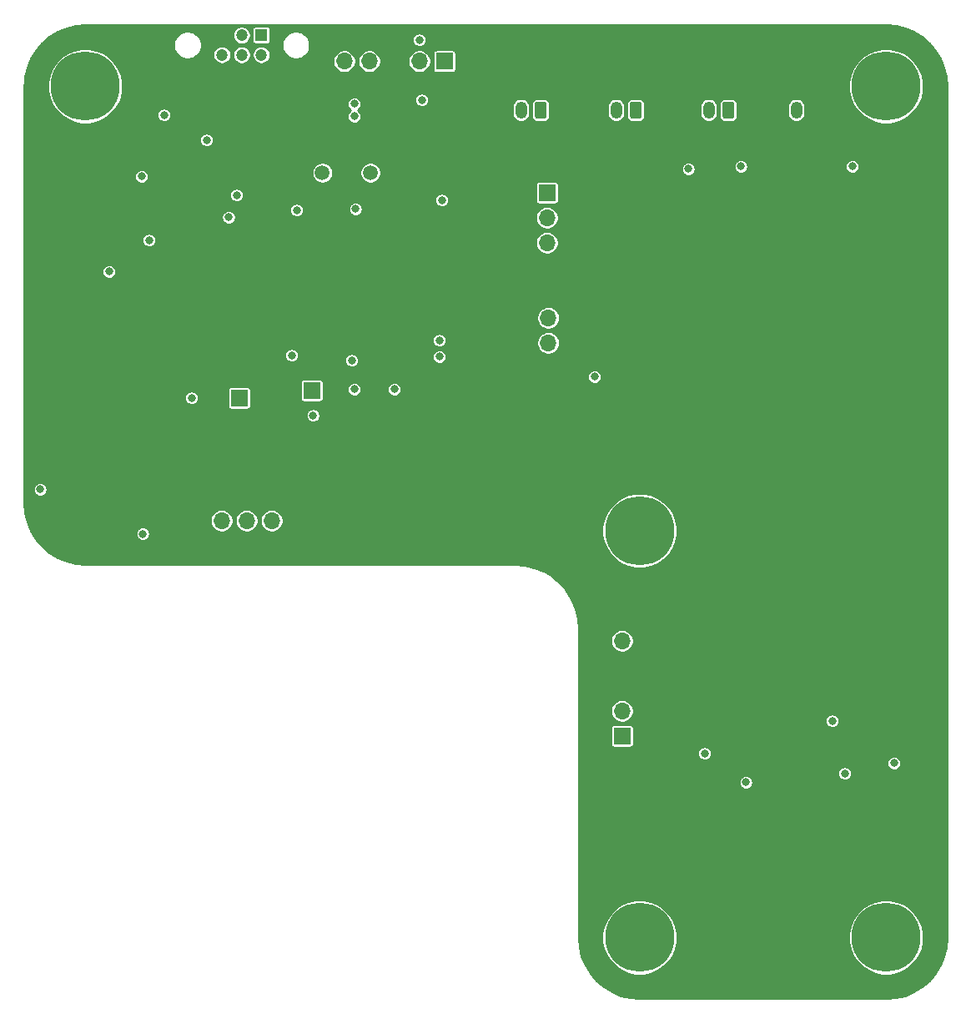
<source format=gbr>
%TF.GenerationSoftware,KiCad,Pcbnew,(5.1.9)-1*%
%TF.CreationDate,2021-07-13T18:02:14-04:00*%
%TF.ProjectId,detector_support,64657465-6374-46f7-925f-737570706f72,rev?*%
%TF.SameCoordinates,Original*%
%TF.FileFunction,Copper,L2,Inr*%
%TF.FilePolarity,Positive*%
%FSLAX46Y46*%
G04 Gerber Fmt 4.6, Leading zero omitted, Abs format (unit mm)*
G04 Created by KiCad (PCBNEW (5.1.9)-1) date 2021-07-13 18:02:14*
%MOMM*%
%LPD*%
G01*
G04 APERTURE LIST*
%TA.AperFunction,ComponentPad*%
%ADD10R,1.700000X1.700000*%
%TD*%
%TA.AperFunction,ComponentPad*%
%ADD11C,7.000000*%
%TD*%
%TA.AperFunction,ComponentPad*%
%ADD12O,1.700000X1.700000*%
%TD*%
%TA.AperFunction,ComponentPad*%
%ADD13C,1.200000*%
%TD*%
%TA.AperFunction,ComponentPad*%
%ADD14R,1.200000X1.200000*%
%TD*%
%TA.AperFunction,ComponentPad*%
%ADD15C,1.500000*%
%TD*%
%TA.AperFunction,ComponentPad*%
%ADD16O,1.200000X1.750000*%
%TD*%
%TA.AperFunction,ViaPad*%
%ADD17C,0.800000*%
%TD*%
%TA.AperFunction,Conductor*%
%ADD18C,0.254000*%
%TD*%
%TA.AperFunction,Conductor*%
%ADD19C,0.100000*%
%TD*%
G04 APERTURE END LIST*
D10*
%TO.N,/INTERUPT_OUT*%
%TO.C,TP2*%
X105791000Y-86233000D03*
%TD*%
D11*
%TO.N,N/C*%
%TO.C,REF\u002A\u002A*%
X146431000Y-140970000D03*
%TD*%
D12*
%TO.N,/SIPM_OUT_DET*%
%TO.C,J11*%
X104013000Y-98679000D03*
%TO.N,/DET_ADC*%
X106553000Y-98679000D03*
%TO.N,/AMP_OUT*%
X109093000Y-98679000D03*
D10*
%TO.N,GND*%
X111633000Y-98679000D03*
%TD*%
D12*
%TO.N,+4.7V*%
%TO.C,J2*%
X144653000Y-110871000D03*
D10*
%TO.N,GND*%
X144653000Y-108331000D03*
%TD*%
D11*
%TO.N,N/C*%
%TO.C,REF\u002A\u002A*%
X90170000Y-54610000D03*
%TD*%
%TO.N,N/C*%
%TO.C,REF\u002A\u002A*%
X171450000Y-54610000D03*
%TD*%
%TO.N,N/C*%
%TO.C,REF\u002A\u002A*%
X171450000Y-140970000D03*
%TD*%
%TO.N,N/C*%
%TO.C,REF\u002A\u002A*%
X146431000Y-99695000D03*
%TD*%
D13*
%TO.N,/Microcontroller [DO NOT PLACE]/CANH*%
%TO.C,J10*%
X108045000Y-51419000D03*
%TO.N,/Microcontroller [DO NOT PLACE]/CANL*%
X106045000Y-51419000D03*
%TO.N,Net-(J10-Pad6)*%
X104045000Y-51419000D03*
%TO.N,GND*%
X104045000Y-49419000D03*
D14*
%TO.N,Net-(J10-Pad1)*%
X108045000Y-49419000D03*
D13*
%TO.N,Net-(J10-Pad2)*%
X106045000Y-49419000D03*
%TD*%
D15*
%TO.N,/Microcontroller [DO NOT PLACE]/OSC2*%
%TO.C,Y1*%
X114246000Y-63373000D03*
%TO.N,/Microcontroller [DO NOT PLACE]/OSC1*%
X119126000Y-63373000D03*
%TD*%
D10*
%TO.N,/Microcontroller [DO NOT PLACE]/MCLR*%
%TO.C,J1*%
X126619000Y-52070000D03*
D12*
%TO.N,+5V*%
X124079000Y-52070000D03*
%TO.N,GND*%
X121539000Y-52070000D03*
%TO.N,/Microcontroller [DO NOT PLACE]/ICSPDAT*%
X118999000Y-52070000D03*
%TO.N,/Microcontroller [DO NOT PLACE]/ICSPCLK*%
X116459000Y-52070000D03*
%TD*%
D16*
%TO.N,Net-(F6-Pad2)*%
%TO.C,J6*%
X162338000Y-57023000D03*
%TO.N,GND*%
%TA.AperFunction,ComponentPad*%
G36*
G01*
X164938000Y-56397999D02*
X164938000Y-57648001D01*
G75*
G02*
X164688001Y-57898000I-249999J0D01*
G01*
X163987999Y-57898000D01*
G75*
G02*
X163738000Y-57648001I0J249999D01*
G01*
X163738000Y-56397999D01*
G75*
G02*
X163987999Y-56148000I249999J0D01*
G01*
X164688001Y-56148000D01*
G75*
G02*
X164938000Y-56397999I0J-249999D01*
G01*
G37*
%TD.AperFunction*%
%TD*%
%TO.N,Net-(F5-Pad2)*%
%TO.C,J5*%
X153448000Y-57023000D03*
%TO.N,Net-(F6-Pad1)*%
%TA.AperFunction,ComponentPad*%
G36*
G01*
X156048000Y-56397999D02*
X156048000Y-57648001D01*
G75*
G02*
X155798001Y-57898000I-249999J0D01*
G01*
X155097999Y-57898000D01*
G75*
G02*
X154848000Y-57648001I0J249999D01*
G01*
X154848000Y-56397999D01*
G75*
G02*
X155097999Y-56148000I249999J0D01*
G01*
X155798001Y-56148000D01*
G75*
G02*
X156048000Y-56397999I0J-249999D01*
G01*
G37*
%TD.AperFunction*%
%TD*%
%TO.N,Net-(F4-Pad2)*%
%TO.C,J4*%
X144050000Y-57023000D03*
%TO.N,Net-(F5-Pad1)*%
%TA.AperFunction,ComponentPad*%
G36*
G01*
X146650000Y-56397999D02*
X146650000Y-57648001D01*
G75*
G02*
X146400001Y-57898000I-249999J0D01*
G01*
X145699999Y-57898000D01*
G75*
G02*
X145450000Y-57648001I0J249999D01*
G01*
X145450000Y-56397999D01*
G75*
G02*
X145699999Y-56148000I249999J0D01*
G01*
X146400001Y-56148000D01*
G75*
G02*
X146650000Y-56397999I0J-249999D01*
G01*
G37*
%TD.AperFunction*%
%TD*%
%TO.N,+BATT*%
%TO.C,J3*%
X134398000Y-57023000D03*
%TO.N,Net-(F4-Pad1)*%
%TA.AperFunction,ComponentPad*%
G36*
G01*
X136998000Y-56397999D02*
X136998000Y-57648001D01*
G75*
G02*
X136748001Y-57898000I-249999J0D01*
G01*
X136047999Y-57898000D01*
G75*
G02*
X135798000Y-57648001I0J249999D01*
G01*
X135798000Y-56397999D01*
G75*
G02*
X136047999Y-56148000I249999J0D01*
G01*
X136748001Y-56148000D01*
G75*
G02*
X136998000Y-56397999I0J-249999D01*
G01*
G37*
%TD.AperFunction*%
%TD*%
D12*
%TO.N,+36V*%
%TO.C,J9*%
X144653000Y-117983000D03*
D10*
%TO.N,/SIPM_OUT*%
X144653000Y-120523000D03*
%TD*%
D12*
%TO.N,+12V*%
%TO.C,JP2*%
X137033000Y-70485000D03*
%TO.N,Net-(C7-Pad1)*%
X137033000Y-67945000D03*
D10*
%TO.N,+BATT*%
X137033000Y-65405000D03*
%TD*%
D12*
%TO.N,Net-(F3-Pad2)*%
%TO.C,J7*%
X137160000Y-80645000D03*
%TO.N,Net-(F1-Pad2)*%
X137160000Y-78105000D03*
D10*
%TO.N,GND*%
X137160000Y-75565000D03*
%TD*%
%TO.N,Net-(R28-Pad2)*%
%TO.C,TP17*%
X113157000Y-85471000D03*
%TD*%
D17*
%TO.N,GND*%
X120904000Y-93599000D03*
X149098000Y-89027000D03*
X159385000Y-67691000D03*
X164338000Y-85471000D03*
X171323000Y-85471000D03*
X173863000Y-85471000D03*
X164973000Y-86741000D03*
X172593000Y-86741000D03*
X166243000Y-88011000D03*
X171323000Y-88011000D03*
X173863000Y-88011000D03*
X164973000Y-89281000D03*
X172593000Y-89281000D03*
X166243000Y-90551000D03*
X168783000Y-90551000D03*
X171323000Y-90551000D03*
X173863000Y-90551000D03*
X164973000Y-91821000D03*
X167513000Y-91821000D03*
X170053000Y-91821000D03*
X172593000Y-91821000D03*
X166243000Y-93091000D03*
X168783000Y-93091000D03*
X171323000Y-93091000D03*
X173863000Y-93091000D03*
X153035000Y-90424000D03*
X155575000Y-90424000D03*
X158115000Y-90424000D03*
X151765000Y-91694000D03*
X154305000Y-91694000D03*
X156845000Y-91694000D03*
X170053000Y-89281000D03*
X167513000Y-89281000D03*
X167513000Y-86741000D03*
X168783000Y-88011000D03*
X168783000Y-85471000D03*
X170053000Y-86741000D03*
X110109000Y-86487000D03*
X113284000Y-93599000D03*
X120904000Y-97155000D03*
X100203000Y-57531000D03*
X164338000Y-59817000D03*
X162306000Y-125222000D03*
X148463000Y-125095000D03*
X153035000Y-118999000D03*
X98298000Y-95631000D03*
X100965000Y-80391000D03*
X101854000Y-75057000D03*
X86868000Y-75565000D03*
X86868000Y-89408000D03*
X110553500Y-59372500D03*
X151765000Y-86614000D03*
X150495000Y-87884000D03*
X151765000Y-84074000D03*
X153035000Y-82804000D03*
X155575000Y-82804000D03*
X154305000Y-84074000D03*
X151765000Y-81534000D03*
X149225000Y-84074000D03*
X156845000Y-81534000D03*
X154305000Y-81534000D03*
X150495000Y-82804000D03*
X149225000Y-81534000D03*
X150495000Y-85344000D03*
X153035000Y-85344000D03*
X156845000Y-86614000D03*
X154305000Y-89154000D03*
X158115000Y-85344000D03*
X149225000Y-86614000D03*
X156845000Y-84074000D03*
X155575000Y-87884000D03*
X150495000Y-90424000D03*
X153035000Y-87884000D03*
X151765000Y-89154000D03*
X156845000Y-89154000D03*
X155575000Y-85344000D03*
X158115000Y-87884000D03*
X154305000Y-86614000D03*
X158115000Y-82804000D03*
X116205000Y-67056000D03*
X124650500Y-59880500D03*
X112395000Y-83693000D03*
X159004000Y-104140000D03*
X157734000Y-104775000D03*
X160274000Y-104140000D03*
X160812023Y-108808977D03*
X163449000Y-106934000D03*
X161544000Y-103505000D03*
X161544000Y-104775000D03*
X157734000Y-103505000D03*
X87249000Y-82296000D03*
X165989000Y-124968000D03*
X175768000Y-120904000D03*
X164211000Y-111633000D03*
X170561000Y-125095000D03*
X168656000Y-128778000D03*
X156210000Y-101219000D03*
X153788000Y-101210000D03*
X95168000Y-79629000D03*
X95168000Y-93771000D03*
X155448000Y-114808000D03*
X151892000Y-114681000D03*
X172729000Y-101609000D03*
X122174000Y-57467500D03*
X109093000Y-65659000D03*
X146177000Y-83947000D03*
X100203000Y-65786000D03*
X85788500Y-99504500D03*
X103505000Y-54483000D03*
X111760000Y-93345000D03*
X137922000Y-90424000D03*
X137922000Y-95504000D03*
X137922000Y-85344000D03*
X153797000Y-71247000D03*
%TO.N,+5V*%
X96647000Y-70231000D03*
X98171000Y-57531000D03*
X141859000Y-84074000D03*
X153035000Y-122301000D03*
X124079000Y-49911000D03*
X117221000Y-82423000D03*
X167259000Y-124333000D03*
X172255000Y-123274000D03*
X151384000Y-62992000D03*
X156718000Y-62738000D03*
X168021000Y-62738000D03*
X104724200Y-67894200D03*
X102489000Y-60071000D03*
X126365000Y-66167000D03*
X121539000Y-85344000D03*
X113284000Y-88011000D03*
X117475000Y-85344000D03*
%TO.N,+36V*%
X157226000Y-125222000D03*
%TO.N,+3V3*%
X85598000Y-95504000D03*
X100965000Y-86233000D03*
X95885000Y-63754000D03*
X92583000Y-73406000D03*
%TO.N,/Microcontroller [DO NOT PLACE]/ICSPCLK*%
X117475000Y-57658000D03*
X126111000Y-82042000D03*
%TO.N,/Microcontroller [DO NOT PLACE]/ICSPDAT*%
X126111000Y-80391000D03*
X117475000Y-56388000D03*
%TO.N,Net-(R6-Pad1)*%
X124333000Y-56007000D03*
%TO.N,/Microcontroller [DO NOT PLACE]/CS*%
X96012000Y-100012500D03*
X117602000Y-67056000D03*
%TO.N,/DET_ADC*%
X111125000Y-81915000D03*
%TO.N,/Microcontroller [DO NOT PLACE]/PIC_RX*%
X105537000Y-65659000D03*
%TO.N,/Microcontroller [DO NOT PLACE]/PIC_TX*%
X111633000Y-67183000D03*
%TO.N,+4.7V*%
X165989000Y-118999000D03*
%TD*%
D18*
%TO.N,GND*%
X172415585Y-48513540D02*
X173357388Y-48739647D01*
X174252239Y-49110307D01*
X175078075Y-49616379D01*
X175814583Y-50245417D01*
X176443620Y-50981925D01*
X176949694Y-51807764D01*
X177320353Y-52702612D01*
X177546460Y-53644420D01*
X177623000Y-54616950D01*
X177623001Y-140963037D01*
X177546460Y-141935580D01*
X177320353Y-142877388D01*
X176949694Y-143772236D01*
X176443620Y-144598075D01*
X175814583Y-145334583D01*
X175078075Y-145963621D01*
X174252239Y-146469693D01*
X173357388Y-146840353D01*
X172415585Y-147066460D01*
X171443051Y-147143000D01*
X146437950Y-147143000D01*
X145465420Y-147066460D01*
X144523612Y-146840353D01*
X143628764Y-146469694D01*
X142802925Y-145963620D01*
X142066417Y-145334583D01*
X141437379Y-144598075D01*
X140931307Y-143772239D01*
X140560647Y-142877388D01*
X140334540Y-141935585D01*
X140258000Y-140963051D01*
X140258000Y-140593073D01*
X142604000Y-140593073D01*
X142604000Y-141346927D01*
X142751070Y-142086295D01*
X143039557Y-142782764D01*
X143458375Y-143409570D01*
X143991430Y-143942625D01*
X144618236Y-144361443D01*
X145314705Y-144649930D01*
X146054073Y-144797000D01*
X146807927Y-144797000D01*
X147547295Y-144649930D01*
X148243764Y-144361443D01*
X148870570Y-143942625D01*
X149403625Y-143409570D01*
X149822443Y-142782764D01*
X150110930Y-142086295D01*
X150258000Y-141346927D01*
X150258000Y-140593073D01*
X167623000Y-140593073D01*
X167623000Y-141346927D01*
X167770070Y-142086295D01*
X168058557Y-142782764D01*
X168477375Y-143409570D01*
X169010430Y-143942625D01*
X169637236Y-144361443D01*
X170333705Y-144649930D01*
X171073073Y-144797000D01*
X171826927Y-144797000D01*
X172566295Y-144649930D01*
X173262764Y-144361443D01*
X173889570Y-143942625D01*
X174422625Y-143409570D01*
X174841443Y-142782764D01*
X175129930Y-142086295D01*
X175277000Y-141346927D01*
X175277000Y-140593073D01*
X175129930Y-139853705D01*
X174841443Y-139157236D01*
X174422625Y-138530430D01*
X173889570Y-137997375D01*
X173262764Y-137578557D01*
X172566295Y-137290070D01*
X171826927Y-137143000D01*
X171073073Y-137143000D01*
X170333705Y-137290070D01*
X169637236Y-137578557D01*
X169010430Y-137997375D01*
X168477375Y-138530430D01*
X168058557Y-139157236D01*
X167770070Y-139853705D01*
X167623000Y-140593073D01*
X150258000Y-140593073D01*
X150110930Y-139853705D01*
X149822443Y-139157236D01*
X149403625Y-138530430D01*
X148870570Y-137997375D01*
X148243764Y-137578557D01*
X147547295Y-137290070D01*
X146807927Y-137143000D01*
X146054073Y-137143000D01*
X145314705Y-137290070D01*
X144618236Y-137578557D01*
X143991430Y-137997375D01*
X143458375Y-138530430D01*
X143039557Y-139157236D01*
X142751070Y-139853705D01*
X142604000Y-140593073D01*
X140258000Y-140593073D01*
X140258000Y-125150397D01*
X156499000Y-125150397D01*
X156499000Y-125293603D01*
X156526938Y-125434058D01*
X156581741Y-125566364D01*
X156661302Y-125685436D01*
X156762564Y-125786698D01*
X156881636Y-125866259D01*
X157013942Y-125921062D01*
X157154397Y-125949000D01*
X157297603Y-125949000D01*
X157438058Y-125921062D01*
X157570364Y-125866259D01*
X157689436Y-125786698D01*
X157790698Y-125685436D01*
X157870259Y-125566364D01*
X157925062Y-125434058D01*
X157953000Y-125293603D01*
X157953000Y-125150397D01*
X157925062Y-125009942D01*
X157870259Y-124877636D01*
X157790698Y-124758564D01*
X157689436Y-124657302D01*
X157570364Y-124577741D01*
X157438058Y-124522938D01*
X157297603Y-124495000D01*
X157154397Y-124495000D01*
X157013942Y-124522938D01*
X156881636Y-124577741D01*
X156762564Y-124657302D01*
X156661302Y-124758564D01*
X156581741Y-124877636D01*
X156526938Y-125009942D01*
X156499000Y-125150397D01*
X140258000Y-125150397D01*
X140258000Y-124261397D01*
X166532000Y-124261397D01*
X166532000Y-124404603D01*
X166559938Y-124545058D01*
X166614741Y-124677364D01*
X166694302Y-124796436D01*
X166795564Y-124897698D01*
X166914636Y-124977259D01*
X167046942Y-125032062D01*
X167187397Y-125060000D01*
X167330603Y-125060000D01*
X167471058Y-125032062D01*
X167603364Y-124977259D01*
X167722436Y-124897698D01*
X167823698Y-124796436D01*
X167903259Y-124677364D01*
X167958062Y-124545058D01*
X167986000Y-124404603D01*
X167986000Y-124261397D01*
X167958062Y-124120942D01*
X167903259Y-123988636D01*
X167823698Y-123869564D01*
X167722436Y-123768302D01*
X167603364Y-123688741D01*
X167471058Y-123633938D01*
X167330603Y-123606000D01*
X167187397Y-123606000D01*
X167046942Y-123633938D01*
X166914636Y-123688741D01*
X166795564Y-123768302D01*
X166694302Y-123869564D01*
X166614741Y-123988636D01*
X166559938Y-124120942D01*
X166532000Y-124261397D01*
X140258000Y-124261397D01*
X140258000Y-123202397D01*
X171528000Y-123202397D01*
X171528000Y-123345603D01*
X171555938Y-123486058D01*
X171610741Y-123618364D01*
X171690302Y-123737436D01*
X171791564Y-123838698D01*
X171910636Y-123918259D01*
X172042942Y-123973062D01*
X172183397Y-124001000D01*
X172326603Y-124001000D01*
X172467058Y-123973062D01*
X172599364Y-123918259D01*
X172718436Y-123838698D01*
X172819698Y-123737436D01*
X172899259Y-123618364D01*
X172954062Y-123486058D01*
X172982000Y-123345603D01*
X172982000Y-123202397D01*
X172954062Y-123061942D01*
X172899259Y-122929636D01*
X172819698Y-122810564D01*
X172718436Y-122709302D01*
X172599364Y-122629741D01*
X172467058Y-122574938D01*
X172326603Y-122547000D01*
X172183397Y-122547000D01*
X172042942Y-122574938D01*
X171910636Y-122629741D01*
X171791564Y-122709302D01*
X171690302Y-122810564D01*
X171610741Y-122929636D01*
X171555938Y-123061942D01*
X171528000Y-123202397D01*
X140258000Y-123202397D01*
X140258000Y-122229397D01*
X152308000Y-122229397D01*
X152308000Y-122372603D01*
X152335938Y-122513058D01*
X152390741Y-122645364D01*
X152470302Y-122764436D01*
X152571564Y-122865698D01*
X152690636Y-122945259D01*
X152822942Y-123000062D01*
X152963397Y-123028000D01*
X153106603Y-123028000D01*
X153247058Y-123000062D01*
X153379364Y-122945259D01*
X153498436Y-122865698D01*
X153599698Y-122764436D01*
X153679259Y-122645364D01*
X153734062Y-122513058D01*
X153762000Y-122372603D01*
X153762000Y-122229397D01*
X153734062Y-122088942D01*
X153679259Y-121956636D01*
X153599698Y-121837564D01*
X153498436Y-121736302D01*
X153379364Y-121656741D01*
X153247058Y-121601938D01*
X153106603Y-121574000D01*
X152963397Y-121574000D01*
X152822942Y-121601938D01*
X152690636Y-121656741D01*
X152571564Y-121736302D01*
X152470302Y-121837564D01*
X152390741Y-121956636D01*
X152335938Y-122088942D01*
X152308000Y-122229397D01*
X140258000Y-122229397D01*
X140258000Y-119673000D01*
X143474418Y-119673000D01*
X143474418Y-121373000D01*
X143480732Y-121437103D01*
X143499430Y-121498743D01*
X143529794Y-121555550D01*
X143570657Y-121605343D01*
X143620450Y-121646206D01*
X143677257Y-121676570D01*
X143738897Y-121695268D01*
X143803000Y-121701582D01*
X145503000Y-121701582D01*
X145567103Y-121695268D01*
X145628743Y-121676570D01*
X145685550Y-121646206D01*
X145735343Y-121605343D01*
X145776206Y-121555550D01*
X145806570Y-121498743D01*
X145825268Y-121437103D01*
X145831582Y-121373000D01*
X145831582Y-119673000D01*
X145825268Y-119608897D01*
X145806570Y-119547257D01*
X145776206Y-119490450D01*
X145735343Y-119440657D01*
X145685550Y-119399794D01*
X145628743Y-119369430D01*
X145567103Y-119350732D01*
X145503000Y-119344418D01*
X143803000Y-119344418D01*
X143738897Y-119350732D01*
X143677257Y-119369430D01*
X143620450Y-119399794D01*
X143570657Y-119440657D01*
X143529794Y-119490450D01*
X143499430Y-119547257D01*
X143480732Y-119608897D01*
X143474418Y-119673000D01*
X140258000Y-119673000D01*
X140258000Y-117867076D01*
X143476000Y-117867076D01*
X143476000Y-118098924D01*
X143521231Y-118326318D01*
X143609956Y-118540519D01*
X143738764Y-118733294D01*
X143902706Y-118897236D01*
X144095481Y-119026044D01*
X144309682Y-119114769D01*
X144537076Y-119160000D01*
X144768924Y-119160000D01*
X144996318Y-119114769D01*
X145210519Y-119026044D01*
X145358154Y-118927397D01*
X165262000Y-118927397D01*
X165262000Y-119070603D01*
X165289938Y-119211058D01*
X165344741Y-119343364D01*
X165424302Y-119462436D01*
X165525564Y-119563698D01*
X165644636Y-119643259D01*
X165776942Y-119698062D01*
X165917397Y-119726000D01*
X166060603Y-119726000D01*
X166201058Y-119698062D01*
X166333364Y-119643259D01*
X166452436Y-119563698D01*
X166553698Y-119462436D01*
X166633259Y-119343364D01*
X166688062Y-119211058D01*
X166716000Y-119070603D01*
X166716000Y-118927397D01*
X166688062Y-118786942D01*
X166633259Y-118654636D01*
X166553698Y-118535564D01*
X166452436Y-118434302D01*
X166333364Y-118354741D01*
X166201058Y-118299938D01*
X166060603Y-118272000D01*
X165917397Y-118272000D01*
X165776942Y-118299938D01*
X165644636Y-118354741D01*
X165525564Y-118434302D01*
X165424302Y-118535564D01*
X165344741Y-118654636D01*
X165289938Y-118786942D01*
X165262000Y-118927397D01*
X145358154Y-118927397D01*
X145403294Y-118897236D01*
X145567236Y-118733294D01*
X145696044Y-118540519D01*
X145784769Y-118326318D01*
X145830000Y-118098924D01*
X145830000Y-117867076D01*
X145784769Y-117639682D01*
X145696044Y-117425481D01*
X145567236Y-117232706D01*
X145403294Y-117068764D01*
X145210519Y-116939956D01*
X144996318Y-116851231D01*
X144768924Y-116806000D01*
X144537076Y-116806000D01*
X144309682Y-116851231D01*
X144095481Y-116939956D01*
X143902706Y-117068764D01*
X143738764Y-117232706D01*
X143609956Y-117425481D01*
X143521231Y-117639682D01*
X143476000Y-117867076D01*
X140258000Y-117867076D01*
X140258000Y-110755076D01*
X143476000Y-110755076D01*
X143476000Y-110986924D01*
X143521231Y-111214318D01*
X143609956Y-111428519D01*
X143738764Y-111621294D01*
X143902706Y-111785236D01*
X144095481Y-111914044D01*
X144309682Y-112002769D01*
X144537076Y-112048000D01*
X144768924Y-112048000D01*
X144996318Y-112002769D01*
X145210519Y-111914044D01*
X145403294Y-111785236D01*
X145567236Y-111621294D01*
X145696044Y-111428519D01*
X145784769Y-111214318D01*
X145830000Y-110986924D01*
X145830000Y-110755076D01*
X145784769Y-110527682D01*
X145696044Y-110313481D01*
X145567236Y-110120706D01*
X145403294Y-109956764D01*
X145210519Y-109827956D01*
X144996318Y-109739231D01*
X144768924Y-109694000D01*
X144537076Y-109694000D01*
X144309682Y-109739231D01*
X144095481Y-109827956D01*
X143902706Y-109956764D01*
X143738764Y-110120706D01*
X143609956Y-110313481D01*
X143521231Y-110527682D01*
X143476000Y-110755076D01*
X140258000Y-110755076D01*
X140258000Y-109592308D01*
X140257317Y-109585373D01*
X140179275Y-108593754D01*
X140174931Y-108566321D01*
X140174927Y-108566309D01*
X139942321Y-107597434D01*
X139942319Y-107597422D01*
X139933736Y-107571007D01*
X139552418Y-106650425D01*
X139539808Y-106625678D01*
X139019181Y-105776092D01*
X139019176Y-105776082D01*
X139002850Y-105753612D01*
X138355720Y-104995920D01*
X138336080Y-104976280D01*
X137578395Y-104329156D01*
X137578389Y-104329150D01*
X137555919Y-104312825D01*
X137555918Y-104312824D01*
X137555914Y-104312822D01*
X136706328Y-103792196D01*
X136706323Y-103792192D01*
X136681575Y-103779582D01*
X135760993Y-103398264D01*
X135734578Y-103389681D01*
X135734575Y-103389681D01*
X134765691Y-103157073D01*
X134765679Y-103157069D01*
X134750783Y-103154710D01*
X134738246Y-103152724D01*
X134738234Y-103152724D01*
X133746627Y-103074683D01*
X133739692Y-103074000D01*
X90176950Y-103074000D01*
X89204420Y-102997460D01*
X88262612Y-102771353D01*
X87367764Y-102400694D01*
X86541925Y-101894620D01*
X85805417Y-101265583D01*
X85176379Y-100529075D01*
X84815944Y-99940897D01*
X95285000Y-99940897D01*
X95285000Y-100084103D01*
X95312938Y-100224558D01*
X95367741Y-100356864D01*
X95447302Y-100475936D01*
X95548564Y-100577198D01*
X95667636Y-100656759D01*
X95799942Y-100711562D01*
X95940397Y-100739500D01*
X96083603Y-100739500D01*
X96224058Y-100711562D01*
X96356364Y-100656759D01*
X96475436Y-100577198D01*
X96576698Y-100475936D01*
X96656259Y-100356864D01*
X96711062Y-100224558D01*
X96739000Y-100084103D01*
X96739000Y-99940897D01*
X96711062Y-99800442D01*
X96656259Y-99668136D01*
X96576698Y-99549064D01*
X96475436Y-99447802D01*
X96356364Y-99368241D01*
X96224058Y-99313438D01*
X96083603Y-99285500D01*
X95940397Y-99285500D01*
X95799942Y-99313438D01*
X95667636Y-99368241D01*
X95548564Y-99447802D01*
X95447302Y-99549064D01*
X95367741Y-99668136D01*
X95312938Y-99800442D01*
X95285000Y-99940897D01*
X84815944Y-99940897D01*
X84670307Y-99703239D01*
X84299647Y-98808388D01*
X84240753Y-98563076D01*
X102836000Y-98563076D01*
X102836000Y-98794924D01*
X102881231Y-99022318D01*
X102969956Y-99236519D01*
X103098764Y-99429294D01*
X103262706Y-99593236D01*
X103455481Y-99722044D01*
X103669682Y-99810769D01*
X103897076Y-99856000D01*
X104128924Y-99856000D01*
X104356318Y-99810769D01*
X104570519Y-99722044D01*
X104763294Y-99593236D01*
X104927236Y-99429294D01*
X105056044Y-99236519D01*
X105144769Y-99022318D01*
X105190000Y-98794924D01*
X105190000Y-98563076D01*
X105376000Y-98563076D01*
X105376000Y-98794924D01*
X105421231Y-99022318D01*
X105509956Y-99236519D01*
X105638764Y-99429294D01*
X105802706Y-99593236D01*
X105995481Y-99722044D01*
X106209682Y-99810769D01*
X106437076Y-99856000D01*
X106668924Y-99856000D01*
X106896318Y-99810769D01*
X107110519Y-99722044D01*
X107303294Y-99593236D01*
X107467236Y-99429294D01*
X107596044Y-99236519D01*
X107684769Y-99022318D01*
X107730000Y-98794924D01*
X107730000Y-98563076D01*
X107916000Y-98563076D01*
X107916000Y-98794924D01*
X107961231Y-99022318D01*
X108049956Y-99236519D01*
X108178764Y-99429294D01*
X108342706Y-99593236D01*
X108535481Y-99722044D01*
X108749682Y-99810769D01*
X108977076Y-99856000D01*
X109208924Y-99856000D01*
X109436318Y-99810769D01*
X109650519Y-99722044D01*
X109843294Y-99593236D01*
X110007236Y-99429294D01*
X110081551Y-99318073D01*
X142604000Y-99318073D01*
X142604000Y-100071927D01*
X142751070Y-100811295D01*
X143039557Y-101507764D01*
X143458375Y-102134570D01*
X143991430Y-102667625D01*
X144618236Y-103086443D01*
X145314705Y-103374930D01*
X146054073Y-103522000D01*
X146807927Y-103522000D01*
X147547295Y-103374930D01*
X148243764Y-103086443D01*
X148870570Y-102667625D01*
X149403625Y-102134570D01*
X149822443Y-101507764D01*
X150110930Y-100811295D01*
X150258000Y-100071927D01*
X150258000Y-99318073D01*
X150110930Y-98578705D01*
X149822443Y-97882236D01*
X149403625Y-97255430D01*
X148870570Y-96722375D01*
X148243764Y-96303557D01*
X147547295Y-96015070D01*
X146807927Y-95868000D01*
X146054073Y-95868000D01*
X145314705Y-96015070D01*
X144618236Y-96303557D01*
X143991430Y-96722375D01*
X143458375Y-97255430D01*
X143039557Y-97882236D01*
X142751070Y-98578705D01*
X142604000Y-99318073D01*
X110081551Y-99318073D01*
X110136044Y-99236519D01*
X110224769Y-99022318D01*
X110270000Y-98794924D01*
X110270000Y-98563076D01*
X110224769Y-98335682D01*
X110136044Y-98121481D01*
X110007236Y-97928706D01*
X109843294Y-97764764D01*
X109650519Y-97635956D01*
X109436318Y-97547231D01*
X109208924Y-97502000D01*
X108977076Y-97502000D01*
X108749682Y-97547231D01*
X108535481Y-97635956D01*
X108342706Y-97764764D01*
X108178764Y-97928706D01*
X108049956Y-98121481D01*
X107961231Y-98335682D01*
X107916000Y-98563076D01*
X107730000Y-98563076D01*
X107684769Y-98335682D01*
X107596044Y-98121481D01*
X107467236Y-97928706D01*
X107303294Y-97764764D01*
X107110519Y-97635956D01*
X106896318Y-97547231D01*
X106668924Y-97502000D01*
X106437076Y-97502000D01*
X106209682Y-97547231D01*
X105995481Y-97635956D01*
X105802706Y-97764764D01*
X105638764Y-97928706D01*
X105509956Y-98121481D01*
X105421231Y-98335682D01*
X105376000Y-98563076D01*
X105190000Y-98563076D01*
X105144769Y-98335682D01*
X105056044Y-98121481D01*
X104927236Y-97928706D01*
X104763294Y-97764764D01*
X104570519Y-97635956D01*
X104356318Y-97547231D01*
X104128924Y-97502000D01*
X103897076Y-97502000D01*
X103669682Y-97547231D01*
X103455481Y-97635956D01*
X103262706Y-97764764D01*
X103098764Y-97928706D01*
X102969956Y-98121481D01*
X102881231Y-98335682D01*
X102836000Y-98563076D01*
X84240753Y-98563076D01*
X84073540Y-97866585D01*
X83997000Y-96894051D01*
X83997000Y-95432397D01*
X84871000Y-95432397D01*
X84871000Y-95575603D01*
X84898938Y-95716058D01*
X84953741Y-95848364D01*
X85033302Y-95967436D01*
X85134564Y-96068698D01*
X85253636Y-96148259D01*
X85385942Y-96203062D01*
X85526397Y-96231000D01*
X85669603Y-96231000D01*
X85810058Y-96203062D01*
X85942364Y-96148259D01*
X86061436Y-96068698D01*
X86162698Y-95967436D01*
X86242259Y-95848364D01*
X86297062Y-95716058D01*
X86325000Y-95575603D01*
X86325000Y-95432397D01*
X86297062Y-95291942D01*
X86242259Y-95159636D01*
X86162698Y-95040564D01*
X86061436Y-94939302D01*
X85942364Y-94859741D01*
X85810058Y-94804938D01*
X85669603Y-94777000D01*
X85526397Y-94777000D01*
X85385942Y-94804938D01*
X85253636Y-94859741D01*
X85134564Y-94939302D01*
X85033302Y-95040564D01*
X84953741Y-95159636D01*
X84898938Y-95291942D01*
X84871000Y-95432397D01*
X83997000Y-95432397D01*
X83997000Y-87939397D01*
X112557000Y-87939397D01*
X112557000Y-88082603D01*
X112584938Y-88223058D01*
X112639741Y-88355364D01*
X112719302Y-88474436D01*
X112820564Y-88575698D01*
X112939636Y-88655259D01*
X113071942Y-88710062D01*
X113212397Y-88738000D01*
X113355603Y-88738000D01*
X113496058Y-88710062D01*
X113628364Y-88655259D01*
X113747436Y-88575698D01*
X113848698Y-88474436D01*
X113928259Y-88355364D01*
X113983062Y-88223058D01*
X114011000Y-88082603D01*
X114011000Y-87939397D01*
X113983062Y-87798942D01*
X113928259Y-87666636D01*
X113848698Y-87547564D01*
X113747436Y-87446302D01*
X113628364Y-87366741D01*
X113496058Y-87311938D01*
X113355603Y-87284000D01*
X113212397Y-87284000D01*
X113071942Y-87311938D01*
X112939636Y-87366741D01*
X112820564Y-87446302D01*
X112719302Y-87547564D01*
X112639741Y-87666636D01*
X112584938Y-87798942D01*
X112557000Y-87939397D01*
X83997000Y-87939397D01*
X83997000Y-86161397D01*
X100238000Y-86161397D01*
X100238000Y-86304603D01*
X100265938Y-86445058D01*
X100320741Y-86577364D01*
X100400302Y-86696436D01*
X100501564Y-86797698D01*
X100620636Y-86877259D01*
X100752942Y-86932062D01*
X100893397Y-86960000D01*
X101036603Y-86960000D01*
X101177058Y-86932062D01*
X101309364Y-86877259D01*
X101428436Y-86797698D01*
X101529698Y-86696436D01*
X101609259Y-86577364D01*
X101664062Y-86445058D01*
X101692000Y-86304603D01*
X101692000Y-86161397D01*
X101664062Y-86020942D01*
X101609259Y-85888636D01*
X101529698Y-85769564D01*
X101428436Y-85668302D01*
X101309364Y-85588741D01*
X101177058Y-85533938D01*
X101036603Y-85506000D01*
X100893397Y-85506000D01*
X100752942Y-85533938D01*
X100620636Y-85588741D01*
X100501564Y-85668302D01*
X100400302Y-85769564D01*
X100320741Y-85888636D01*
X100265938Y-86020942D01*
X100238000Y-86161397D01*
X83997000Y-86161397D01*
X83997000Y-85383000D01*
X104612418Y-85383000D01*
X104612418Y-87083000D01*
X104618732Y-87147103D01*
X104637430Y-87208743D01*
X104667794Y-87265550D01*
X104708657Y-87315343D01*
X104758450Y-87356206D01*
X104815257Y-87386570D01*
X104876897Y-87405268D01*
X104941000Y-87411582D01*
X106641000Y-87411582D01*
X106705103Y-87405268D01*
X106766743Y-87386570D01*
X106823550Y-87356206D01*
X106873343Y-87315343D01*
X106914206Y-87265550D01*
X106944570Y-87208743D01*
X106963268Y-87147103D01*
X106969582Y-87083000D01*
X106969582Y-85383000D01*
X106963268Y-85318897D01*
X106944570Y-85257257D01*
X106914206Y-85200450D01*
X106873343Y-85150657D01*
X106823550Y-85109794D01*
X106766743Y-85079430D01*
X106705103Y-85060732D01*
X106641000Y-85054418D01*
X104941000Y-85054418D01*
X104876897Y-85060732D01*
X104815257Y-85079430D01*
X104758450Y-85109794D01*
X104708657Y-85150657D01*
X104667794Y-85200450D01*
X104637430Y-85257257D01*
X104618732Y-85318897D01*
X104612418Y-85383000D01*
X83997000Y-85383000D01*
X83997000Y-84621000D01*
X111978418Y-84621000D01*
X111978418Y-86321000D01*
X111984732Y-86385103D01*
X112003430Y-86446743D01*
X112033794Y-86503550D01*
X112074657Y-86553343D01*
X112124450Y-86594206D01*
X112181257Y-86624570D01*
X112242897Y-86643268D01*
X112307000Y-86649582D01*
X114007000Y-86649582D01*
X114071103Y-86643268D01*
X114132743Y-86624570D01*
X114189550Y-86594206D01*
X114239343Y-86553343D01*
X114280206Y-86503550D01*
X114310570Y-86446743D01*
X114329268Y-86385103D01*
X114335582Y-86321000D01*
X114335582Y-85272397D01*
X116748000Y-85272397D01*
X116748000Y-85415603D01*
X116775938Y-85556058D01*
X116830741Y-85688364D01*
X116910302Y-85807436D01*
X117011564Y-85908698D01*
X117130636Y-85988259D01*
X117262942Y-86043062D01*
X117403397Y-86071000D01*
X117546603Y-86071000D01*
X117687058Y-86043062D01*
X117819364Y-85988259D01*
X117938436Y-85908698D01*
X118039698Y-85807436D01*
X118119259Y-85688364D01*
X118174062Y-85556058D01*
X118202000Y-85415603D01*
X118202000Y-85272397D01*
X120812000Y-85272397D01*
X120812000Y-85415603D01*
X120839938Y-85556058D01*
X120894741Y-85688364D01*
X120974302Y-85807436D01*
X121075564Y-85908698D01*
X121194636Y-85988259D01*
X121326942Y-86043062D01*
X121467397Y-86071000D01*
X121610603Y-86071000D01*
X121751058Y-86043062D01*
X121883364Y-85988259D01*
X122002436Y-85908698D01*
X122103698Y-85807436D01*
X122183259Y-85688364D01*
X122238062Y-85556058D01*
X122266000Y-85415603D01*
X122266000Y-85272397D01*
X122238062Y-85131942D01*
X122183259Y-84999636D01*
X122103698Y-84880564D01*
X122002436Y-84779302D01*
X121883364Y-84699741D01*
X121751058Y-84644938D01*
X121610603Y-84617000D01*
X121467397Y-84617000D01*
X121326942Y-84644938D01*
X121194636Y-84699741D01*
X121075564Y-84779302D01*
X120974302Y-84880564D01*
X120894741Y-84999636D01*
X120839938Y-85131942D01*
X120812000Y-85272397D01*
X118202000Y-85272397D01*
X118174062Y-85131942D01*
X118119259Y-84999636D01*
X118039698Y-84880564D01*
X117938436Y-84779302D01*
X117819364Y-84699741D01*
X117687058Y-84644938D01*
X117546603Y-84617000D01*
X117403397Y-84617000D01*
X117262942Y-84644938D01*
X117130636Y-84699741D01*
X117011564Y-84779302D01*
X116910302Y-84880564D01*
X116830741Y-84999636D01*
X116775938Y-85131942D01*
X116748000Y-85272397D01*
X114335582Y-85272397D01*
X114335582Y-84621000D01*
X114329268Y-84556897D01*
X114310570Y-84495257D01*
X114280206Y-84438450D01*
X114239343Y-84388657D01*
X114189550Y-84347794D01*
X114132743Y-84317430D01*
X114071103Y-84298732D01*
X114007000Y-84292418D01*
X112307000Y-84292418D01*
X112242897Y-84298732D01*
X112181257Y-84317430D01*
X112124450Y-84347794D01*
X112074657Y-84388657D01*
X112033794Y-84438450D01*
X112003430Y-84495257D01*
X111984732Y-84556897D01*
X111978418Y-84621000D01*
X83997000Y-84621000D01*
X83997000Y-84002397D01*
X141132000Y-84002397D01*
X141132000Y-84145603D01*
X141159938Y-84286058D01*
X141214741Y-84418364D01*
X141294302Y-84537436D01*
X141395564Y-84638698D01*
X141514636Y-84718259D01*
X141646942Y-84773062D01*
X141787397Y-84801000D01*
X141930603Y-84801000D01*
X142071058Y-84773062D01*
X142203364Y-84718259D01*
X142322436Y-84638698D01*
X142423698Y-84537436D01*
X142503259Y-84418364D01*
X142558062Y-84286058D01*
X142586000Y-84145603D01*
X142586000Y-84002397D01*
X142558062Y-83861942D01*
X142503259Y-83729636D01*
X142423698Y-83610564D01*
X142322436Y-83509302D01*
X142203364Y-83429741D01*
X142071058Y-83374938D01*
X141930603Y-83347000D01*
X141787397Y-83347000D01*
X141646942Y-83374938D01*
X141514636Y-83429741D01*
X141395564Y-83509302D01*
X141294302Y-83610564D01*
X141214741Y-83729636D01*
X141159938Y-83861942D01*
X141132000Y-84002397D01*
X83997000Y-84002397D01*
X83997000Y-81843397D01*
X110398000Y-81843397D01*
X110398000Y-81986603D01*
X110425938Y-82127058D01*
X110480741Y-82259364D01*
X110560302Y-82378436D01*
X110661564Y-82479698D01*
X110780636Y-82559259D01*
X110912942Y-82614062D01*
X111053397Y-82642000D01*
X111196603Y-82642000D01*
X111337058Y-82614062D01*
X111469364Y-82559259D01*
X111588436Y-82479698D01*
X111689698Y-82378436D01*
X111707764Y-82351397D01*
X116494000Y-82351397D01*
X116494000Y-82494603D01*
X116521938Y-82635058D01*
X116576741Y-82767364D01*
X116656302Y-82886436D01*
X116757564Y-82987698D01*
X116876636Y-83067259D01*
X117008942Y-83122062D01*
X117149397Y-83150000D01*
X117292603Y-83150000D01*
X117433058Y-83122062D01*
X117565364Y-83067259D01*
X117684436Y-82987698D01*
X117785698Y-82886436D01*
X117865259Y-82767364D01*
X117920062Y-82635058D01*
X117948000Y-82494603D01*
X117948000Y-82351397D01*
X117920062Y-82210942D01*
X117865259Y-82078636D01*
X117792937Y-81970397D01*
X125384000Y-81970397D01*
X125384000Y-82113603D01*
X125411938Y-82254058D01*
X125466741Y-82386364D01*
X125546302Y-82505436D01*
X125647564Y-82606698D01*
X125766636Y-82686259D01*
X125898942Y-82741062D01*
X126039397Y-82769000D01*
X126182603Y-82769000D01*
X126323058Y-82741062D01*
X126455364Y-82686259D01*
X126574436Y-82606698D01*
X126675698Y-82505436D01*
X126755259Y-82386364D01*
X126810062Y-82254058D01*
X126838000Y-82113603D01*
X126838000Y-81970397D01*
X126810062Y-81829942D01*
X126755259Y-81697636D01*
X126675698Y-81578564D01*
X126574436Y-81477302D01*
X126455364Y-81397741D01*
X126323058Y-81342938D01*
X126182603Y-81315000D01*
X126039397Y-81315000D01*
X125898942Y-81342938D01*
X125766636Y-81397741D01*
X125647564Y-81477302D01*
X125546302Y-81578564D01*
X125466741Y-81697636D01*
X125411938Y-81829942D01*
X125384000Y-81970397D01*
X117792937Y-81970397D01*
X117785698Y-81959564D01*
X117684436Y-81858302D01*
X117565364Y-81778741D01*
X117433058Y-81723938D01*
X117292603Y-81696000D01*
X117149397Y-81696000D01*
X117008942Y-81723938D01*
X116876636Y-81778741D01*
X116757564Y-81858302D01*
X116656302Y-81959564D01*
X116576741Y-82078636D01*
X116521938Y-82210942D01*
X116494000Y-82351397D01*
X111707764Y-82351397D01*
X111769259Y-82259364D01*
X111824062Y-82127058D01*
X111852000Y-81986603D01*
X111852000Y-81843397D01*
X111824062Y-81702942D01*
X111769259Y-81570636D01*
X111689698Y-81451564D01*
X111588436Y-81350302D01*
X111469364Y-81270741D01*
X111337058Y-81215938D01*
X111196603Y-81188000D01*
X111053397Y-81188000D01*
X110912942Y-81215938D01*
X110780636Y-81270741D01*
X110661564Y-81350302D01*
X110560302Y-81451564D01*
X110480741Y-81570636D01*
X110425938Y-81702942D01*
X110398000Y-81843397D01*
X83997000Y-81843397D01*
X83997000Y-80319397D01*
X125384000Y-80319397D01*
X125384000Y-80462603D01*
X125411938Y-80603058D01*
X125466741Y-80735364D01*
X125546302Y-80854436D01*
X125647564Y-80955698D01*
X125766636Y-81035259D01*
X125898942Y-81090062D01*
X126039397Y-81118000D01*
X126182603Y-81118000D01*
X126323058Y-81090062D01*
X126455364Y-81035259D01*
X126574436Y-80955698D01*
X126675698Y-80854436D01*
X126755259Y-80735364D01*
X126810062Y-80603058D01*
X126824777Y-80529076D01*
X135983000Y-80529076D01*
X135983000Y-80760924D01*
X136028231Y-80988318D01*
X136116956Y-81202519D01*
X136245764Y-81395294D01*
X136409706Y-81559236D01*
X136602481Y-81688044D01*
X136816682Y-81776769D01*
X137044076Y-81822000D01*
X137275924Y-81822000D01*
X137503318Y-81776769D01*
X137717519Y-81688044D01*
X137910294Y-81559236D01*
X138074236Y-81395294D01*
X138203044Y-81202519D01*
X138291769Y-80988318D01*
X138337000Y-80760924D01*
X138337000Y-80529076D01*
X138291769Y-80301682D01*
X138203044Y-80087481D01*
X138074236Y-79894706D01*
X137910294Y-79730764D01*
X137717519Y-79601956D01*
X137503318Y-79513231D01*
X137275924Y-79468000D01*
X137044076Y-79468000D01*
X136816682Y-79513231D01*
X136602481Y-79601956D01*
X136409706Y-79730764D01*
X136245764Y-79894706D01*
X136116956Y-80087481D01*
X136028231Y-80301682D01*
X135983000Y-80529076D01*
X126824777Y-80529076D01*
X126838000Y-80462603D01*
X126838000Y-80319397D01*
X126810062Y-80178942D01*
X126755259Y-80046636D01*
X126675698Y-79927564D01*
X126574436Y-79826302D01*
X126455364Y-79746741D01*
X126323058Y-79691938D01*
X126182603Y-79664000D01*
X126039397Y-79664000D01*
X125898942Y-79691938D01*
X125766636Y-79746741D01*
X125647564Y-79826302D01*
X125546302Y-79927564D01*
X125466741Y-80046636D01*
X125411938Y-80178942D01*
X125384000Y-80319397D01*
X83997000Y-80319397D01*
X83997000Y-77989076D01*
X135983000Y-77989076D01*
X135983000Y-78220924D01*
X136028231Y-78448318D01*
X136116956Y-78662519D01*
X136245764Y-78855294D01*
X136409706Y-79019236D01*
X136602481Y-79148044D01*
X136816682Y-79236769D01*
X137044076Y-79282000D01*
X137275924Y-79282000D01*
X137503318Y-79236769D01*
X137717519Y-79148044D01*
X137910294Y-79019236D01*
X138074236Y-78855294D01*
X138203044Y-78662519D01*
X138291769Y-78448318D01*
X138337000Y-78220924D01*
X138337000Y-77989076D01*
X138291769Y-77761682D01*
X138203044Y-77547481D01*
X138074236Y-77354706D01*
X137910294Y-77190764D01*
X137717519Y-77061956D01*
X137503318Y-76973231D01*
X137275924Y-76928000D01*
X137044076Y-76928000D01*
X136816682Y-76973231D01*
X136602481Y-77061956D01*
X136409706Y-77190764D01*
X136245764Y-77354706D01*
X136116956Y-77547481D01*
X136028231Y-77761682D01*
X135983000Y-77989076D01*
X83997000Y-77989076D01*
X83997000Y-73334397D01*
X91856000Y-73334397D01*
X91856000Y-73477603D01*
X91883938Y-73618058D01*
X91938741Y-73750364D01*
X92018302Y-73869436D01*
X92119564Y-73970698D01*
X92238636Y-74050259D01*
X92370942Y-74105062D01*
X92511397Y-74133000D01*
X92654603Y-74133000D01*
X92795058Y-74105062D01*
X92927364Y-74050259D01*
X93046436Y-73970698D01*
X93147698Y-73869436D01*
X93227259Y-73750364D01*
X93282062Y-73618058D01*
X93310000Y-73477603D01*
X93310000Y-73334397D01*
X93282062Y-73193942D01*
X93227259Y-73061636D01*
X93147698Y-72942564D01*
X93046436Y-72841302D01*
X92927364Y-72761741D01*
X92795058Y-72706938D01*
X92654603Y-72679000D01*
X92511397Y-72679000D01*
X92370942Y-72706938D01*
X92238636Y-72761741D01*
X92119564Y-72841302D01*
X92018302Y-72942564D01*
X91938741Y-73061636D01*
X91883938Y-73193942D01*
X91856000Y-73334397D01*
X83997000Y-73334397D01*
X83997000Y-70159397D01*
X95920000Y-70159397D01*
X95920000Y-70302603D01*
X95947938Y-70443058D01*
X96002741Y-70575364D01*
X96082302Y-70694436D01*
X96183564Y-70795698D01*
X96302636Y-70875259D01*
X96434942Y-70930062D01*
X96575397Y-70958000D01*
X96718603Y-70958000D01*
X96859058Y-70930062D01*
X96991364Y-70875259D01*
X97110436Y-70795698D01*
X97211698Y-70694436D01*
X97291259Y-70575364D01*
X97346062Y-70443058D01*
X97360777Y-70369076D01*
X135856000Y-70369076D01*
X135856000Y-70600924D01*
X135901231Y-70828318D01*
X135989956Y-71042519D01*
X136118764Y-71235294D01*
X136282706Y-71399236D01*
X136475481Y-71528044D01*
X136689682Y-71616769D01*
X136917076Y-71662000D01*
X137148924Y-71662000D01*
X137376318Y-71616769D01*
X137590519Y-71528044D01*
X137783294Y-71399236D01*
X137947236Y-71235294D01*
X138076044Y-71042519D01*
X138164769Y-70828318D01*
X138210000Y-70600924D01*
X138210000Y-70369076D01*
X138164769Y-70141682D01*
X138076044Y-69927481D01*
X137947236Y-69734706D01*
X137783294Y-69570764D01*
X137590519Y-69441956D01*
X137376318Y-69353231D01*
X137148924Y-69308000D01*
X136917076Y-69308000D01*
X136689682Y-69353231D01*
X136475481Y-69441956D01*
X136282706Y-69570764D01*
X136118764Y-69734706D01*
X135989956Y-69927481D01*
X135901231Y-70141682D01*
X135856000Y-70369076D01*
X97360777Y-70369076D01*
X97374000Y-70302603D01*
X97374000Y-70159397D01*
X97346062Y-70018942D01*
X97291259Y-69886636D01*
X97211698Y-69767564D01*
X97110436Y-69666302D01*
X96991364Y-69586741D01*
X96859058Y-69531938D01*
X96718603Y-69504000D01*
X96575397Y-69504000D01*
X96434942Y-69531938D01*
X96302636Y-69586741D01*
X96183564Y-69666302D01*
X96082302Y-69767564D01*
X96002741Y-69886636D01*
X95947938Y-70018942D01*
X95920000Y-70159397D01*
X83997000Y-70159397D01*
X83997000Y-67822597D01*
X103997200Y-67822597D01*
X103997200Y-67965803D01*
X104025138Y-68106258D01*
X104079941Y-68238564D01*
X104159502Y-68357636D01*
X104260764Y-68458898D01*
X104379836Y-68538459D01*
X104512142Y-68593262D01*
X104652597Y-68621200D01*
X104795803Y-68621200D01*
X104936258Y-68593262D01*
X105068564Y-68538459D01*
X105187636Y-68458898D01*
X105288898Y-68357636D01*
X105368459Y-68238564D01*
X105423262Y-68106258D01*
X105451200Y-67965803D01*
X105451200Y-67822597D01*
X105423262Y-67682142D01*
X105368459Y-67549836D01*
X105288898Y-67430764D01*
X105187636Y-67329502D01*
X105068564Y-67249941D01*
X104936258Y-67195138D01*
X104795803Y-67167200D01*
X104652597Y-67167200D01*
X104512142Y-67195138D01*
X104379836Y-67249941D01*
X104260764Y-67329502D01*
X104159502Y-67430764D01*
X104079941Y-67549836D01*
X104025138Y-67682142D01*
X103997200Y-67822597D01*
X83997000Y-67822597D01*
X83997000Y-67111397D01*
X110906000Y-67111397D01*
X110906000Y-67254603D01*
X110933938Y-67395058D01*
X110988741Y-67527364D01*
X111068302Y-67646436D01*
X111169564Y-67747698D01*
X111288636Y-67827259D01*
X111420942Y-67882062D01*
X111561397Y-67910000D01*
X111704603Y-67910000D01*
X111845058Y-67882062D01*
X111972977Y-67829076D01*
X135856000Y-67829076D01*
X135856000Y-68060924D01*
X135901231Y-68288318D01*
X135989956Y-68502519D01*
X136118764Y-68695294D01*
X136282706Y-68859236D01*
X136475481Y-68988044D01*
X136689682Y-69076769D01*
X136917076Y-69122000D01*
X137148924Y-69122000D01*
X137376318Y-69076769D01*
X137590519Y-68988044D01*
X137783294Y-68859236D01*
X137947236Y-68695294D01*
X138076044Y-68502519D01*
X138164769Y-68288318D01*
X138210000Y-68060924D01*
X138210000Y-67829076D01*
X138164769Y-67601682D01*
X138076044Y-67387481D01*
X137947236Y-67194706D01*
X137783294Y-67030764D01*
X137590519Y-66901956D01*
X137376318Y-66813231D01*
X137148924Y-66768000D01*
X136917076Y-66768000D01*
X136689682Y-66813231D01*
X136475481Y-66901956D01*
X136282706Y-67030764D01*
X136118764Y-67194706D01*
X135989956Y-67387481D01*
X135901231Y-67601682D01*
X135856000Y-67829076D01*
X111972977Y-67829076D01*
X111977364Y-67827259D01*
X112096436Y-67747698D01*
X112197698Y-67646436D01*
X112277259Y-67527364D01*
X112332062Y-67395058D01*
X112360000Y-67254603D01*
X112360000Y-67111397D01*
X112334739Y-66984397D01*
X116875000Y-66984397D01*
X116875000Y-67127603D01*
X116902938Y-67268058D01*
X116957741Y-67400364D01*
X117037302Y-67519436D01*
X117138564Y-67620698D01*
X117257636Y-67700259D01*
X117389942Y-67755062D01*
X117530397Y-67783000D01*
X117673603Y-67783000D01*
X117814058Y-67755062D01*
X117946364Y-67700259D01*
X118065436Y-67620698D01*
X118166698Y-67519436D01*
X118246259Y-67400364D01*
X118301062Y-67268058D01*
X118329000Y-67127603D01*
X118329000Y-66984397D01*
X118301062Y-66843942D01*
X118246259Y-66711636D01*
X118166698Y-66592564D01*
X118065436Y-66491302D01*
X117946364Y-66411741D01*
X117814058Y-66356938D01*
X117673603Y-66329000D01*
X117530397Y-66329000D01*
X117389942Y-66356938D01*
X117257636Y-66411741D01*
X117138564Y-66491302D01*
X117037302Y-66592564D01*
X116957741Y-66711636D01*
X116902938Y-66843942D01*
X116875000Y-66984397D01*
X112334739Y-66984397D01*
X112332062Y-66970942D01*
X112277259Y-66838636D01*
X112197698Y-66719564D01*
X112096436Y-66618302D01*
X111977364Y-66538741D01*
X111845058Y-66483938D01*
X111704603Y-66456000D01*
X111561397Y-66456000D01*
X111420942Y-66483938D01*
X111288636Y-66538741D01*
X111169564Y-66618302D01*
X111068302Y-66719564D01*
X110988741Y-66838636D01*
X110933938Y-66970942D01*
X110906000Y-67111397D01*
X83997000Y-67111397D01*
X83997000Y-65587397D01*
X104810000Y-65587397D01*
X104810000Y-65730603D01*
X104837938Y-65871058D01*
X104892741Y-66003364D01*
X104972302Y-66122436D01*
X105073564Y-66223698D01*
X105192636Y-66303259D01*
X105324942Y-66358062D01*
X105465397Y-66386000D01*
X105608603Y-66386000D01*
X105749058Y-66358062D01*
X105881364Y-66303259D01*
X106000436Y-66223698D01*
X106101698Y-66122436D01*
X106119764Y-66095397D01*
X125638000Y-66095397D01*
X125638000Y-66238603D01*
X125665938Y-66379058D01*
X125720741Y-66511364D01*
X125800302Y-66630436D01*
X125901564Y-66731698D01*
X126020636Y-66811259D01*
X126152942Y-66866062D01*
X126293397Y-66894000D01*
X126436603Y-66894000D01*
X126577058Y-66866062D01*
X126709364Y-66811259D01*
X126828436Y-66731698D01*
X126929698Y-66630436D01*
X127009259Y-66511364D01*
X127064062Y-66379058D01*
X127092000Y-66238603D01*
X127092000Y-66095397D01*
X127064062Y-65954942D01*
X127009259Y-65822636D01*
X126929698Y-65703564D01*
X126828436Y-65602302D01*
X126709364Y-65522741D01*
X126577058Y-65467938D01*
X126436603Y-65440000D01*
X126293397Y-65440000D01*
X126152942Y-65467938D01*
X126020636Y-65522741D01*
X125901564Y-65602302D01*
X125800302Y-65703564D01*
X125720741Y-65822636D01*
X125665938Y-65954942D01*
X125638000Y-66095397D01*
X106119764Y-66095397D01*
X106181259Y-66003364D01*
X106236062Y-65871058D01*
X106264000Y-65730603D01*
X106264000Y-65587397D01*
X106236062Y-65446942D01*
X106181259Y-65314636D01*
X106101698Y-65195564D01*
X106000436Y-65094302D01*
X105881364Y-65014741D01*
X105749058Y-64959938D01*
X105608603Y-64932000D01*
X105465397Y-64932000D01*
X105324942Y-64959938D01*
X105192636Y-65014741D01*
X105073564Y-65094302D01*
X104972302Y-65195564D01*
X104892741Y-65314636D01*
X104837938Y-65446942D01*
X104810000Y-65587397D01*
X83997000Y-65587397D01*
X83997000Y-64555000D01*
X135854418Y-64555000D01*
X135854418Y-66255000D01*
X135860732Y-66319103D01*
X135879430Y-66380743D01*
X135909794Y-66437550D01*
X135950657Y-66487343D01*
X136000450Y-66528206D01*
X136057257Y-66558570D01*
X136118897Y-66577268D01*
X136183000Y-66583582D01*
X137883000Y-66583582D01*
X137947103Y-66577268D01*
X138008743Y-66558570D01*
X138065550Y-66528206D01*
X138115343Y-66487343D01*
X138156206Y-66437550D01*
X138186570Y-66380743D01*
X138205268Y-66319103D01*
X138211582Y-66255000D01*
X138211582Y-64555000D01*
X138205268Y-64490897D01*
X138186570Y-64429257D01*
X138156206Y-64372450D01*
X138115343Y-64322657D01*
X138065550Y-64281794D01*
X138008743Y-64251430D01*
X137947103Y-64232732D01*
X137883000Y-64226418D01*
X136183000Y-64226418D01*
X136118897Y-64232732D01*
X136057257Y-64251430D01*
X136000450Y-64281794D01*
X135950657Y-64322657D01*
X135909794Y-64372450D01*
X135879430Y-64429257D01*
X135860732Y-64490897D01*
X135854418Y-64555000D01*
X83997000Y-64555000D01*
X83997000Y-63682397D01*
X95158000Y-63682397D01*
X95158000Y-63825603D01*
X95185938Y-63966058D01*
X95240741Y-64098364D01*
X95320302Y-64217436D01*
X95421564Y-64318698D01*
X95540636Y-64398259D01*
X95672942Y-64453062D01*
X95813397Y-64481000D01*
X95956603Y-64481000D01*
X96097058Y-64453062D01*
X96229364Y-64398259D01*
X96348436Y-64318698D01*
X96449698Y-64217436D01*
X96529259Y-64098364D01*
X96584062Y-63966058D01*
X96612000Y-63825603D01*
X96612000Y-63682397D01*
X96584062Y-63541942D01*
X96529259Y-63409636D01*
X96449698Y-63290564D01*
X96426059Y-63266925D01*
X113169000Y-63266925D01*
X113169000Y-63479075D01*
X113210389Y-63687149D01*
X113291575Y-63883151D01*
X113409440Y-64059547D01*
X113559453Y-64209560D01*
X113735849Y-64327425D01*
X113931851Y-64408611D01*
X114139925Y-64450000D01*
X114352075Y-64450000D01*
X114560149Y-64408611D01*
X114756151Y-64327425D01*
X114932547Y-64209560D01*
X115082560Y-64059547D01*
X115200425Y-63883151D01*
X115281611Y-63687149D01*
X115323000Y-63479075D01*
X115323000Y-63266925D01*
X118049000Y-63266925D01*
X118049000Y-63479075D01*
X118090389Y-63687149D01*
X118171575Y-63883151D01*
X118289440Y-64059547D01*
X118439453Y-64209560D01*
X118615849Y-64327425D01*
X118811851Y-64408611D01*
X119019925Y-64450000D01*
X119232075Y-64450000D01*
X119440149Y-64408611D01*
X119636151Y-64327425D01*
X119812547Y-64209560D01*
X119962560Y-64059547D01*
X120080425Y-63883151D01*
X120161611Y-63687149D01*
X120203000Y-63479075D01*
X120203000Y-63266925D01*
X120161611Y-63058851D01*
X120104262Y-62920397D01*
X150657000Y-62920397D01*
X150657000Y-63063603D01*
X150684938Y-63204058D01*
X150739741Y-63336364D01*
X150819302Y-63455436D01*
X150920564Y-63556698D01*
X151039636Y-63636259D01*
X151171942Y-63691062D01*
X151312397Y-63719000D01*
X151455603Y-63719000D01*
X151596058Y-63691062D01*
X151728364Y-63636259D01*
X151847436Y-63556698D01*
X151948698Y-63455436D01*
X152028259Y-63336364D01*
X152083062Y-63204058D01*
X152111000Y-63063603D01*
X152111000Y-62920397D01*
X152083062Y-62779942D01*
X152036031Y-62666397D01*
X155991000Y-62666397D01*
X155991000Y-62809603D01*
X156018938Y-62950058D01*
X156073741Y-63082364D01*
X156153302Y-63201436D01*
X156254564Y-63302698D01*
X156373636Y-63382259D01*
X156505942Y-63437062D01*
X156646397Y-63465000D01*
X156789603Y-63465000D01*
X156930058Y-63437062D01*
X157062364Y-63382259D01*
X157181436Y-63302698D01*
X157282698Y-63201436D01*
X157362259Y-63082364D01*
X157417062Y-62950058D01*
X157445000Y-62809603D01*
X157445000Y-62666397D01*
X167294000Y-62666397D01*
X167294000Y-62809603D01*
X167321938Y-62950058D01*
X167376741Y-63082364D01*
X167456302Y-63201436D01*
X167557564Y-63302698D01*
X167676636Y-63382259D01*
X167808942Y-63437062D01*
X167949397Y-63465000D01*
X168092603Y-63465000D01*
X168233058Y-63437062D01*
X168365364Y-63382259D01*
X168484436Y-63302698D01*
X168585698Y-63201436D01*
X168665259Y-63082364D01*
X168720062Y-62950058D01*
X168748000Y-62809603D01*
X168748000Y-62666397D01*
X168720062Y-62525942D01*
X168665259Y-62393636D01*
X168585698Y-62274564D01*
X168484436Y-62173302D01*
X168365364Y-62093741D01*
X168233058Y-62038938D01*
X168092603Y-62011000D01*
X167949397Y-62011000D01*
X167808942Y-62038938D01*
X167676636Y-62093741D01*
X167557564Y-62173302D01*
X167456302Y-62274564D01*
X167376741Y-62393636D01*
X167321938Y-62525942D01*
X167294000Y-62666397D01*
X157445000Y-62666397D01*
X157417062Y-62525942D01*
X157362259Y-62393636D01*
X157282698Y-62274564D01*
X157181436Y-62173302D01*
X157062364Y-62093741D01*
X156930058Y-62038938D01*
X156789603Y-62011000D01*
X156646397Y-62011000D01*
X156505942Y-62038938D01*
X156373636Y-62093741D01*
X156254564Y-62173302D01*
X156153302Y-62274564D01*
X156073741Y-62393636D01*
X156018938Y-62525942D01*
X155991000Y-62666397D01*
X152036031Y-62666397D01*
X152028259Y-62647636D01*
X151948698Y-62528564D01*
X151847436Y-62427302D01*
X151728364Y-62347741D01*
X151596058Y-62292938D01*
X151455603Y-62265000D01*
X151312397Y-62265000D01*
X151171942Y-62292938D01*
X151039636Y-62347741D01*
X150920564Y-62427302D01*
X150819302Y-62528564D01*
X150739741Y-62647636D01*
X150684938Y-62779942D01*
X150657000Y-62920397D01*
X120104262Y-62920397D01*
X120080425Y-62862849D01*
X119962560Y-62686453D01*
X119812547Y-62536440D01*
X119636151Y-62418575D01*
X119440149Y-62337389D01*
X119232075Y-62296000D01*
X119019925Y-62296000D01*
X118811851Y-62337389D01*
X118615849Y-62418575D01*
X118439453Y-62536440D01*
X118289440Y-62686453D01*
X118171575Y-62862849D01*
X118090389Y-63058851D01*
X118049000Y-63266925D01*
X115323000Y-63266925D01*
X115281611Y-63058851D01*
X115200425Y-62862849D01*
X115082560Y-62686453D01*
X114932547Y-62536440D01*
X114756151Y-62418575D01*
X114560149Y-62337389D01*
X114352075Y-62296000D01*
X114139925Y-62296000D01*
X113931851Y-62337389D01*
X113735849Y-62418575D01*
X113559453Y-62536440D01*
X113409440Y-62686453D01*
X113291575Y-62862849D01*
X113210389Y-63058851D01*
X113169000Y-63266925D01*
X96426059Y-63266925D01*
X96348436Y-63189302D01*
X96229364Y-63109741D01*
X96097058Y-63054938D01*
X95956603Y-63027000D01*
X95813397Y-63027000D01*
X95672942Y-63054938D01*
X95540636Y-63109741D01*
X95421564Y-63189302D01*
X95320302Y-63290564D01*
X95240741Y-63409636D01*
X95185938Y-63541942D01*
X95158000Y-63682397D01*
X83997000Y-63682397D01*
X83997000Y-59999397D01*
X101762000Y-59999397D01*
X101762000Y-60142603D01*
X101789938Y-60283058D01*
X101844741Y-60415364D01*
X101924302Y-60534436D01*
X102025564Y-60635698D01*
X102144636Y-60715259D01*
X102276942Y-60770062D01*
X102417397Y-60798000D01*
X102560603Y-60798000D01*
X102701058Y-60770062D01*
X102833364Y-60715259D01*
X102952436Y-60635698D01*
X103053698Y-60534436D01*
X103133259Y-60415364D01*
X103188062Y-60283058D01*
X103216000Y-60142603D01*
X103216000Y-59999397D01*
X103188062Y-59858942D01*
X103133259Y-59726636D01*
X103053698Y-59607564D01*
X102952436Y-59506302D01*
X102833364Y-59426741D01*
X102701058Y-59371938D01*
X102560603Y-59344000D01*
X102417397Y-59344000D01*
X102276942Y-59371938D01*
X102144636Y-59426741D01*
X102025564Y-59506302D01*
X101924302Y-59607564D01*
X101844741Y-59726636D01*
X101789938Y-59858942D01*
X101762000Y-59999397D01*
X83997000Y-59999397D01*
X83997000Y-54616949D01*
X84027211Y-54233073D01*
X86343000Y-54233073D01*
X86343000Y-54986927D01*
X86490070Y-55726295D01*
X86778557Y-56422764D01*
X87197375Y-57049570D01*
X87730430Y-57582625D01*
X88357236Y-58001443D01*
X89053705Y-58289930D01*
X89793073Y-58437000D01*
X90546927Y-58437000D01*
X91286295Y-58289930D01*
X91982764Y-58001443D01*
X92609570Y-57582625D01*
X92732798Y-57459397D01*
X97444000Y-57459397D01*
X97444000Y-57602603D01*
X97471938Y-57743058D01*
X97526741Y-57875364D01*
X97606302Y-57994436D01*
X97707564Y-58095698D01*
X97826636Y-58175259D01*
X97958942Y-58230062D01*
X98099397Y-58258000D01*
X98242603Y-58258000D01*
X98383058Y-58230062D01*
X98515364Y-58175259D01*
X98634436Y-58095698D01*
X98735698Y-57994436D01*
X98815259Y-57875364D01*
X98870062Y-57743058D01*
X98898000Y-57602603D01*
X98898000Y-57459397D01*
X98870062Y-57318942D01*
X98815259Y-57186636D01*
X98735698Y-57067564D01*
X98634436Y-56966302D01*
X98515364Y-56886741D01*
X98383058Y-56831938D01*
X98242603Y-56804000D01*
X98099397Y-56804000D01*
X97958942Y-56831938D01*
X97826636Y-56886741D01*
X97707564Y-56966302D01*
X97606302Y-57067564D01*
X97526741Y-57186636D01*
X97471938Y-57318942D01*
X97444000Y-57459397D01*
X92732798Y-57459397D01*
X93142625Y-57049570D01*
X93561443Y-56422764D01*
X93605501Y-56316397D01*
X116748000Y-56316397D01*
X116748000Y-56459603D01*
X116775938Y-56600058D01*
X116830741Y-56732364D01*
X116910302Y-56851436D01*
X117011564Y-56952698D01*
X117116779Y-57023000D01*
X117011564Y-57093302D01*
X116910302Y-57194564D01*
X116830741Y-57313636D01*
X116775938Y-57445942D01*
X116748000Y-57586397D01*
X116748000Y-57729603D01*
X116775938Y-57870058D01*
X116830741Y-58002364D01*
X116910302Y-58121436D01*
X117011564Y-58222698D01*
X117130636Y-58302259D01*
X117262942Y-58357062D01*
X117403397Y-58385000D01*
X117546603Y-58385000D01*
X117687058Y-58357062D01*
X117819364Y-58302259D01*
X117938436Y-58222698D01*
X118039698Y-58121436D01*
X118119259Y-58002364D01*
X118174062Y-57870058D01*
X118202000Y-57729603D01*
X118202000Y-57586397D01*
X118174062Y-57445942D01*
X118119259Y-57313636D01*
X118039698Y-57194564D01*
X117938436Y-57093302D01*
X117833221Y-57023000D01*
X117938436Y-56952698D01*
X118039698Y-56851436D01*
X118119259Y-56732364D01*
X118174062Y-56600058D01*
X118202000Y-56459603D01*
X118202000Y-56316397D01*
X118174062Y-56175942D01*
X118119259Y-56043636D01*
X118046937Y-55935397D01*
X123606000Y-55935397D01*
X123606000Y-56078603D01*
X123633938Y-56219058D01*
X123688741Y-56351364D01*
X123768302Y-56470436D01*
X123869564Y-56571698D01*
X123988636Y-56651259D01*
X124120942Y-56706062D01*
X124261397Y-56734000D01*
X124404603Y-56734000D01*
X124545058Y-56706062D01*
X124553749Y-56702462D01*
X133471000Y-56702462D01*
X133471000Y-57343537D01*
X133484413Y-57479723D01*
X133537420Y-57654463D01*
X133623499Y-57815504D01*
X133739341Y-57956659D01*
X133880495Y-58072501D01*
X134041536Y-58158580D01*
X134216276Y-58211587D01*
X134398000Y-58229485D01*
X134579723Y-58211587D01*
X134754463Y-58158580D01*
X134915504Y-58072501D01*
X135056659Y-57956659D01*
X135172501Y-57815505D01*
X135258580Y-57654464D01*
X135311587Y-57479724D01*
X135325000Y-57343538D01*
X135325000Y-56702462D01*
X135311587Y-56566276D01*
X135260541Y-56397999D01*
X135469418Y-56397999D01*
X135469418Y-57648001D01*
X135480535Y-57760877D01*
X135513460Y-57869414D01*
X135566926Y-57969443D01*
X135638880Y-58057120D01*
X135726557Y-58129074D01*
X135826586Y-58182540D01*
X135935123Y-58215465D01*
X136047999Y-58226582D01*
X136748001Y-58226582D01*
X136860877Y-58215465D01*
X136969414Y-58182540D01*
X137069443Y-58129074D01*
X137157120Y-58057120D01*
X137229074Y-57969443D01*
X137282540Y-57869414D01*
X137315465Y-57760877D01*
X137326582Y-57648001D01*
X137326582Y-56702462D01*
X143123000Y-56702462D01*
X143123000Y-57343537D01*
X143136413Y-57479723D01*
X143189420Y-57654463D01*
X143275499Y-57815504D01*
X143391341Y-57956659D01*
X143532495Y-58072501D01*
X143693536Y-58158580D01*
X143868276Y-58211587D01*
X144050000Y-58229485D01*
X144231723Y-58211587D01*
X144406463Y-58158580D01*
X144567504Y-58072501D01*
X144708659Y-57956659D01*
X144824501Y-57815505D01*
X144910580Y-57654464D01*
X144963587Y-57479724D01*
X144977000Y-57343538D01*
X144977000Y-56702462D01*
X144963587Y-56566276D01*
X144912541Y-56397999D01*
X145121418Y-56397999D01*
X145121418Y-57648001D01*
X145132535Y-57760877D01*
X145165460Y-57869414D01*
X145218926Y-57969443D01*
X145290880Y-58057120D01*
X145378557Y-58129074D01*
X145478586Y-58182540D01*
X145587123Y-58215465D01*
X145699999Y-58226582D01*
X146400001Y-58226582D01*
X146512877Y-58215465D01*
X146621414Y-58182540D01*
X146721443Y-58129074D01*
X146809120Y-58057120D01*
X146881074Y-57969443D01*
X146934540Y-57869414D01*
X146967465Y-57760877D01*
X146978582Y-57648001D01*
X146978582Y-56702462D01*
X152521000Y-56702462D01*
X152521000Y-57343537D01*
X152534413Y-57479723D01*
X152587420Y-57654463D01*
X152673499Y-57815504D01*
X152789341Y-57956659D01*
X152930495Y-58072501D01*
X153091536Y-58158580D01*
X153266276Y-58211587D01*
X153448000Y-58229485D01*
X153629723Y-58211587D01*
X153804463Y-58158580D01*
X153965504Y-58072501D01*
X154106659Y-57956659D01*
X154222501Y-57815505D01*
X154308580Y-57654464D01*
X154361587Y-57479724D01*
X154375000Y-57343538D01*
X154375000Y-56702462D01*
X154361587Y-56566276D01*
X154310541Y-56397999D01*
X154519418Y-56397999D01*
X154519418Y-57648001D01*
X154530535Y-57760877D01*
X154563460Y-57869414D01*
X154616926Y-57969443D01*
X154688880Y-58057120D01*
X154776557Y-58129074D01*
X154876586Y-58182540D01*
X154985123Y-58215465D01*
X155097999Y-58226582D01*
X155798001Y-58226582D01*
X155910877Y-58215465D01*
X156019414Y-58182540D01*
X156119443Y-58129074D01*
X156207120Y-58057120D01*
X156279074Y-57969443D01*
X156332540Y-57869414D01*
X156365465Y-57760877D01*
X156376582Y-57648001D01*
X156376582Y-56702462D01*
X161411000Y-56702462D01*
X161411000Y-57343537D01*
X161424413Y-57479723D01*
X161477420Y-57654463D01*
X161563499Y-57815504D01*
X161679341Y-57956659D01*
X161820495Y-58072501D01*
X161981536Y-58158580D01*
X162156276Y-58211587D01*
X162338000Y-58229485D01*
X162519723Y-58211587D01*
X162694463Y-58158580D01*
X162855504Y-58072501D01*
X162996659Y-57956659D01*
X163112501Y-57815505D01*
X163198580Y-57654464D01*
X163251587Y-57479724D01*
X163265000Y-57343538D01*
X163265000Y-56702462D01*
X163251587Y-56566276D01*
X163198580Y-56391536D01*
X163112501Y-56230495D01*
X162996659Y-56089341D01*
X162855505Y-55973499D01*
X162694464Y-55887420D01*
X162519724Y-55834413D01*
X162338000Y-55816515D01*
X162156277Y-55834413D01*
X161981537Y-55887420D01*
X161820496Y-55973499D01*
X161679342Y-56089341D01*
X161563500Y-56230495D01*
X161477420Y-56391536D01*
X161424413Y-56566276D01*
X161411000Y-56702462D01*
X156376582Y-56702462D01*
X156376582Y-56397999D01*
X156365465Y-56285123D01*
X156332540Y-56176586D01*
X156279074Y-56076557D01*
X156207120Y-55988880D01*
X156119443Y-55916926D01*
X156019414Y-55863460D01*
X155910877Y-55830535D01*
X155798001Y-55819418D01*
X155097999Y-55819418D01*
X154985123Y-55830535D01*
X154876586Y-55863460D01*
X154776557Y-55916926D01*
X154688880Y-55988880D01*
X154616926Y-56076557D01*
X154563460Y-56176586D01*
X154530535Y-56285123D01*
X154519418Y-56397999D01*
X154310541Y-56397999D01*
X154308580Y-56391536D01*
X154222501Y-56230495D01*
X154106659Y-56089341D01*
X153965505Y-55973499D01*
X153804464Y-55887420D01*
X153629724Y-55834413D01*
X153448000Y-55816515D01*
X153266277Y-55834413D01*
X153091537Y-55887420D01*
X152930496Y-55973499D01*
X152789342Y-56089341D01*
X152673500Y-56230495D01*
X152587420Y-56391536D01*
X152534413Y-56566276D01*
X152521000Y-56702462D01*
X146978582Y-56702462D01*
X146978582Y-56397999D01*
X146967465Y-56285123D01*
X146934540Y-56176586D01*
X146881074Y-56076557D01*
X146809120Y-55988880D01*
X146721443Y-55916926D01*
X146621414Y-55863460D01*
X146512877Y-55830535D01*
X146400001Y-55819418D01*
X145699999Y-55819418D01*
X145587123Y-55830535D01*
X145478586Y-55863460D01*
X145378557Y-55916926D01*
X145290880Y-55988880D01*
X145218926Y-56076557D01*
X145165460Y-56176586D01*
X145132535Y-56285123D01*
X145121418Y-56397999D01*
X144912541Y-56397999D01*
X144910580Y-56391536D01*
X144824501Y-56230495D01*
X144708659Y-56089341D01*
X144567505Y-55973499D01*
X144406464Y-55887420D01*
X144231724Y-55834413D01*
X144050000Y-55816515D01*
X143868277Y-55834413D01*
X143693537Y-55887420D01*
X143532496Y-55973499D01*
X143391342Y-56089341D01*
X143275500Y-56230495D01*
X143189420Y-56391536D01*
X143136413Y-56566276D01*
X143123000Y-56702462D01*
X137326582Y-56702462D01*
X137326582Y-56397999D01*
X137315465Y-56285123D01*
X137282540Y-56176586D01*
X137229074Y-56076557D01*
X137157120Y-55988880D01*
X137069443Y-55916926D01*
X136969414Y-55863460D01*
X136860877Y-55830535D01*
X136748001Y-55819418D01*
X136047999Y-55819418D01*
X135935123Y-55830535D01*
X135826586Y-55863460D01*
X135726557Y-55916926D01*
X135638880Y-55988880D01*
X135566926Y-56076557D01*
X135513460Y-56176586D01*
X135480535Y-56285123D01*
X135469418Y-56397999D01*
X135260541Y-56397999D01*
X135258580Y-56391536D01*
X135172501Y-56230495D01*
X135056659Y-56089341D01*
X134915505Y-55973499D01*
X134754464Y-55887420D01*
X134579724Y-55834413D01*
X134398000Y-55816515D01*
X134216277Y-55834413D01*
X134041537Y-55887420D01*
X133880496Y-55973499D01*
X133739342Y-56089341D01*
X133623500Y-56230495D01*
X133537420Y-56391536D01*
X133484413Y-56566276D01*
X133471000Y-56702462D01*
X124553749Y-56702462D01*
X124677364Y-56651259D01*
X124796436Y-56571698D01*
X124897698Y-56470436D01*
X124977259Y-56351364D01*
X125032062Y-56219058D01*
X125060000Y-56078603D01*
X125060000Y-55935397D01*
X125032062Y-55794942D01*
X124977259Y-55662636D01*
X124897698Y-55543564D01*
X124796436Y-55442302D01*
X124677364Y-55362741D01*
X124545058Y-55307938D01*
X124404603Y-55280000D01*
X124261397Y-55280000D01*
X124120942Y-55307938D01*
X123988636Y-55362741D01*
X123869564Y-55442302D01*
X123768302Y-55543564D01*
X123688741Y-55662636D01*
X123633938Y-55794942D01*
X123606000Y-55935397D01*
X118046937Y-55935397D01*
X118039698Y-55924564D01*
X117938436Y-55823302D01*
X117819364Y-55743741D01*
X117687058Y-55688938D01*
X117546603Y-55661000D01*
X117403397Y-55661000D01*
X117262942Y-55688938D01*
X117130636Y-55743741D01*
X117011564Y-55823302D01*
X116910302Y-55924564D01*
X116830741Y-56043636D01*
X116775938Y-56175942D01*
X116748000Y-56316397D01*
X93605501Y-56316397D01*
X93849930Y-55726295D01*
X93997000Y-54986927D01*
X93997000Y-54233073D01*
X167623000Y-54233073D01*
X167623000Y-54986927D01*
X167770070Y-55726295D01*
X168058557Y-56422764D01*
X168477375Y-57049570D01*
X169010430Y-57582625D01*
X169637236Y-58001443D01*
X170333705Y-58289930D01*
X171073073Y-58437000D01*
X171826927Y-58437000D01*
X172566295Y-58289930D01*
X173262764Y-58001443D01*
X173889570Y-57582625D01*
X174422625Y-57049570D01*
X174841443Y-56422764D01*
X175129930Y-55726295D01*
X175277000Y-54986927D01*
X175277000Y-54233073D01*
X175129930Y-53493705D01*
X174841443Y-52797236D01*
X174422625Y-52170430D01*
X173889570Y-51637375D01*
X173262764Y-51218557D01*
X172566295Y-50930070D01*
X171826927Y-50783000D01*
X171073073Y-50783000D01*
X170333705Y-50930070D01*
X169637236Y-51218557D01*
X169010430Y-51637375D01*
X168477375Y-52170430D01*
X168058557Y-52797236D01*
X167770070Y-53493705D01*
X167623000Y-54233073D01*
X93997000Y-54233073D01*
X93849930Y-53493705D01*
X93561443Y-52797236D01*
X93142625Y-52170430D01*
X92609570Y-51637375D01*
X91982764Y-51218557D01*
X91286295Y-50930070D01*
X90546927Y-50783000D01*
X89793073Y-50783000D01*
X89053705Y-50930070D01*
X88357236Y-51218557D01*
X87730430Y-51637375D01*
X87197375Y-52170430D01*
X86778557Y-52797236D01*
X86490070Y-53493705D01*
X86343000Y-54233073D01*
X84027211Y-54233073D01*
X84073540Y-53644415D01*
X84299647Y-52702612D01*
X84670307Y-51807761D01*
X85176379Y-50981925D01*
X85777201Y-50278453D01*
X99118000Y-50278453D01*
X99118000Y-50559547D01*
X99172838Y-50835241D01*
X99280409Y-51094938D01*
X99436576Y-51328660D01*
X99635340Y-51527424D01*
X99869062Y-51683591D01*
X100128759Y-51791162D01*
X100404453Y-51846000D01*
X100685547Y-51846000D01*
X100961241Y-51791162D01*
X101220938Y-51683591D01*
X101454660Y-51527424D01*
X101653424Y-51328660D01*
X101654066Y-51327699D01*
X103118000Y-51327699D01*
X103118000Y-51510301D01*
X103153624Y-51689396D01*
X103223504Y-51858099D01*
X103324952Y-52009928D01*
X103454072Y-52139048D01*
X103605901Y-52240496D01*
X103774604Y-52310376D01*
X103953699Y-52346000D01*
X104136301Y-52346000D01*
X104315396Y-52310376D01*
X104484099Y-52240496D01*
X104635928Y-52139048D01*
X104765048Y-52009928D01*
X104866496Y-51858099D01*
X104936376Y-51689396D01*
X104972000Y-51510301D01*
X104972000Y-51327699D01*
X105118000Y-51327699D01*
X105118000Y-51510301D01*
X105153624Y-51689396D01*
X105223504Y-51858099D01*
X105324952Y-52009928D01*
X105454072Y-52139048D01*
X105605901Y-52240496D01*
X105774604Y-52310376D01*
X105953699Y-52346000D01*
X106136301Y-52346000D01*
X106315396Y-52310376D01*
X106484099Y-52240496D01*
X106635928Y-52139048D01*
X106765048Y-52009928D01*
X106866496Y-51858099D01*
X106936376Y-51689396D01*
X106972000Y-51510301D01*
X106972000Y-51327699D01*
X107118000Y-51327699D01*
X107118000Y-51510301D01*
X107153624Y-51689396D01*
X107223504Y-51858099D01*
X107324952Y-52009928D01*
X107454072Y-52139048D01*
X107605901Y-52240496D01*
X107774604Y-52310376D01*
X107953699Y-52346000D01*
X108136301Y-52346000D01*
X108315396Y-52310376D01*
X108484099Y-52240496D01*
X108635928Y-52139048D01*
X108765048Y-52009928D01*
X108802366Y-51954076D01*
X115282000Y-51954076D01*
X115282000Y-52185924D01*
X115327231Y-52413318D01*
X115415956Y-52627519D01*
X115544764Y-52820294D01*
X115708706Y-52984236D01*
X115901481Y-53113044D01*
X116115682Y-53201769D01*
X116343076Y-53247000D01*
X116574924Y-53247000D01*
X116802318Y-53201769D01*
X117016519Y-53113044D01*
X117209294Y-52984236D01*
X117373236Y-52820294D01*
X117502044Y-52627519D01*
X117590769Y-52413318D01*
X117636000Y-52185924D01*
X117636000Y-51954076D01*
X117822000Y-51954076D01*
X117822000Y-52185924D01*
X117867231Y-52413318D01*
X117955956Y-52627519D01*
X118084764Y-52820294D01*
X118248706Y-52984236D01*
X118441481Y-53113044D01*
X118655682Y-53201769D01*
X118883076Y-53247000D01*
X119114924Y-53247000D01*
X119342318Y-53201769D01*
X119556519Y-53113044D01*
X119749294Y-52984236D01*
X119913236Y-52820294D01*
X120042044Y-52627519D01*
X120130769Y-52413318D01*
X120176000Y-52185924D01*
X120176000Y-51954076D01*
X122902000Y-51954076D01*
X122902000Y-52185924D01*
X122947231Y-52413318D01*
X123035956Y-52627519D01*
X123164764Y-52820294D01*
X123328706Y-52984236D01*
X123521481Y-53113044D01*
X123735682Y-53201769D01*
X123963076Y-53247000D01*
X124194924Y-53247000D01*
X124422318Y-53201769D01*
X124636519Y-53113044D01*
X124829294Y-52984236D01*
X124993236Y-52820294D01*
X125122044Y-52627519D01*
X125210769Y-52413318D01*
X125256000Y-52185924D01*
X125256000Y-51954076D01*
X125210769Y-51726682D01*
X125122044Y-51512481D01*
X124993236Y-51319706D01*
X124893530Y-51220000D01*
X125440418Y-51220000D01*
X125440418Y-52920000D01*
X125446732Y-52984103D01*
X125465430Y-53045743D01*
X125495794Y-53102550D01*
X125536657Y-53152343D01*
X125586450Y-53193206D01*
X125643257Y-53223570D01*
X125704897Y-53242268D01*
X125769000Y-53248582D01*
X127469000Y-53248582D01*
X127533103Y-53242268D01*
X127594743Y-53223570D01*
X127651550Y-53193206D01*
X127701343Y-53152343D01*
X127742206Y-53102550D01*
X127772570Y-53045743D01*
X127791268Y-52984103D01*
X127797582Y-52920000D01*
X127797582Y-51220000D01*
X127791268Y-51155897D01*
X127772570Y-51094257D01*
X127742206Y-51037450D01*
X127701343Y-50987657D01*
X127651550Y-50946794D01*
X127594743Y-50916430D01*
X127533103Y-50897732D01*
X127469000Y-50891418D01*
X125769000Y-50891418D01*
X125704897Y-50897732D01*
X125643257Y-50916430D01*
X125586450Y-50946794D01*
X125536657Y-50987657D01*
X125495794Y-51037450D01*
X125465430Y-51094257D01*
X125446732Y-51155897D01*
X125440418Y-51220000D01*
X124893530Y-51220000D01*
X124829294Y-51155764D01*
X124636519Y-51026956D01*
X124422318Y-50938231D01*
X124194924Y-50893000D01*
X123963076Y-50893000D01*
X123735682Y-50938231D01*
X123521481Y-51026956D01*
X123328706Y-51155764D01*
X123164764Y-51319706D01*
X123035956Y-51512481D01*
X122947231Y-51726682D01*
X122902000Y-51954076D01*
X120176000Y-51954076D01*
X120130769Y-51726682D01*
X120042044Y-51512481D01*
X119913236Y-51319706D01*
X119749294Y-51155764D01*
X119556519Y-51026956D01*
X119342318Y-50938231D01*
X119114924Y-50893000D01*
X118883076Y-50893000D01*
X118655682Y-50938231D01*
X118441481Y-51026956D01*
X118248706Y-51155764D01*
X118084764Y-51319706D01*
X117955956Y-51512481D01*
X117867231Y-51726682D01*
X117822000Y-51954076D01*
X117636000Y-51954076D01*
X117590769Y-51726682D01*
X117502044Y-51512481D01*
X117373236Y-51319706D01*
X117209294Y-51155764D01*
X117016519Y-51026956D01*
X116802318Y-50938231D01*
X116574924Y-50893000D01*
X116343076Y-50893000D01*
X116115682Y-50938231D01*
X115901481Y-51026956D01*
X115708706Y-51155764D01*
X115544764Y-51319706D01*
X115415956Y-51512481D01*
X115327231Y-51726682D01*
X115282000Y-51954076D01*
X108802366Y-51954076D01*
X108866496Y-51858099D01*
X108936376Y-51689396D01*
X108972000Y-51510301D01*
X108972000Y-51327699D01*
X108936376Y-51148604D01*
X108866496Y-50979901D01*
X108765048Y-50828072D01*
X108635928Y-50698952D01*
X108484099Y-50597504D01*
X108315396Y-50527624D01*
X108136301Y-50492000D01*
X107953699Y-50492000D01*
X107774604Y-50527624D01*
X107605901Y-50597504D01*
X107454072Y-50698952D01*
X107324952Y-50828072D01*
X107223504Y-50979901D01*
X107153624Y-51148604D01*
X107118000Y-51327699D01*
X106972000Y-51327699D01*
X106936376Y-51148604D01*
X106866496Y-50979901D01*
X106765048Y-50828072D01*
X106635928Y-50698952D01*
X106484099Y-50597504D01*
X106315396Y-50527624D01*
X106136301Y-50492000D01*
X105953699Y-50492000D01*
X105774604Y-50527624D01*
X105605901Y-50597504D01*
X105454072Y-50698952D01*
X105324952Y-50828072D01*
X105223504Y-50979901D01*
X105153624Y-51148604D01*
X105118000Y-51327699D01*
X104972000Y-51327699D01*
X104936376Y-51148604D01*
X104866496Y-50979901D01*
X104765048Y-50828072D01*
X104635928Y-50698952D01*
X104484099Y-50597504D01*
X104315396Y-50527624D01*
X104136301Y-50492000D01*
X103953699Y-50492000D01*
X103774604Y-50527624D01*
X103605901Y-50597504D01*
X103454072Y-50698952D01*
X103324952Y-50828072D01*
X103223504Y-50979901D01*
X103153624Y-51148604D01*
X103118000Y-51327699D01*
X101654066Y-51327699D01*
X101809591Y-51094938D01*
X101917162Y-50835241D01*
X101972000Y-50559547D01*
X101972000Y-50278453D01*
X101917162Y-50002759D01*
X101809591Y-49743062D01*
X101653424Y-49509340D01*
X101471783Y-49327699D01*
X105118000Y-49327699D01*
X105118000Y-49510301D01*
X105153624Y-49689396D01*
X105223504Y-49858099D01*
X105324952Y-50009928D01*
X105454072Y-50139048D01*
X105605901Y-50240496D01*
X105774604Y-50310376D01*
X105953699Y-50346000D01*
X106136301Y-50346000D01*
X106315396Y-50310376D01*
X106484099Y-50240496D01*
X106635928Y-50139048D01*
X106765048Y-50009928D01*
X106866496Y-49858099D01*
X106936376Y-49689396D01*
X106972000Y-49510301D01*
X106972000Y-49327699D01*
X106936376Y-49148604D01*
X106866496Y-48979901D01*
X106765048Y-48828072D01*
X106755976Y-48819000D01*
X107116418Y-48819000D01*
X107116418Y-50019000D01*
X107122732Y-50083103D01*
X107141430Y-50144743D01*
X107171794Y-50201550D01*
X107212657Y-50251343D01*
X107262450Y-50292206D01*
X107319257Y-50322570D01*
X107380897Y-50341268D01*
X107445000Y-50347582D01*
X108645000Y-50347582D01*
X108709103Y-50341268D01*
X108770743Y-50322570D01*
X108827550Y-50292206D01*
X108844308Y-50278453D01*
X110118000Y-50278453D01*
X110118000Y-50559547D01*
X110172838Y-50835241D01*
X110280409Y-51094938D01*
X110436576Y-51328660D01*
X110635340Y-51527424D01*
X110869062Y-51683591D01*
X111128759Y-51791162D01*
X111404453Y-51846000D01*
X111685547Y-51846000D01*
X111961241Y-51791162D01*
X112220938Y-51683591D01*
X112454660Y-51527424D01*
X112653424Y-51328660D01*
X112809591Y-51094938D01*
X112917162Y-50835241D01*
X112972000Y-50559547D01*
X112972000Y-50278453D01*
X112917162Y-50002759D01*
X112849495Y-49839397D01*
X123352000Y-49839397D01*
X123352000Y-49982603D01*
X123379938Y-50123058D01*
X123434741Y-50255364D01*
X123514302Y-50374436D01*
X123615564Y-50475698D01*
X123734636Y-50555259D01*
X123866942Y-50610062D01*
X124007397Y-50638000D01*
X124150603Y-50638000D01*
X124291058Y-50610062D01*
X124423364Y-50555259D01*
X124542436Y-50475698D01*
X124643698Y-50374436D01*
X124723259Y-50255364D01*
X124778062Y-50123058D01*
X124806000Y-49982603D01*
X124806000Y-49839397D01*
X124778062Y-49698942D01*
X124723259Y-49566636D01*
X124643698Y-49447564D01*
X124542436Y-49346302D01*
X124423364Y-49266741D01*
X124291058Y-49211938D01*
X124150603Y-49184000D01*
X124007397Y-49184000D01*
X123866942Y-49211938D01*
X123734636Y-49266741D01*
X123615564Y-49346302D01*
X123514302Y-49447564D01*
X123434741Y-49566636D01*
X123379938Y-49698942D01*
X123352000Y-49839397D01*
X112849495Y-49839397D01*
X112809591Y-49743062D01*
X112653424Y-49509340D01*
X112454660Y-49310576D01*
X112220938Y-49154409D01*
X111961241Y-49046838D01*
X111685547Y-48992000D01*
X111404453Y-48992000D01*
X111128759Y-49046838D01*
X110869062Y-49154409D01*
X110635340Y-49310576D01*
X110436576Y-49509340D01*
X110280409Y-49743062D01*
X110172838Y-50002759D01*
X110118000Y-50278453D01*
X108844308Y-50278453D01*
X108877343Y-50251343D01*
X108918206Y-50201550D01*
X108948570Y-50144743D01*
X108967268Y-50083103D01*
X108973582Y-50019000D01*
X108973582Y-48819000D01*
X108967268Y-48754897D01*
X108948570Y-48693257D01*
X108918206Y-48636450D01*
X108877343Y-48586657D01*
X108827550Y-48545794D01*
X108770743Y-48515430D01*
X108709103Y-48496732D01*
X108645000Y-48490418D01*
X107445000Y-48490418D01*
X107380897Y-48496732D01*
X107319257Y-48515430D01*
X107262450Y-48545794D01*
X107212657Y-48586657D01*
X107171794Y-48636450D01*
X107141430Y-48693257D01*
X107122732Y-48754897D01*
X107116418Y-48819000D01*
X106755976Y-48819000D01*
X106635928Y-48698952D01*
X106484099Y-48597504D01*
X106315396Y-48527624D01*
X106136301Y-48492000D01*
X105953699Y-48492000D01*
X105774604Y-48527624D01*
X105605901Y-48597504D01*
X105454072Y-48698952D01*
X105324952Y-48828072D01*
X105223504Y-48979901D01*
X105153624Y-49148604D01*
X105118000Y-49327699D01*
X101471783Y-49327699D01*
X101454660Y-49310576D01*
X101220938Y-49154409D01*
X100961241Y-49046838D01*
X100685547Y-48992000D01*
X100404453Y-48992000D01*
X100128759Y-49046838D01*
X99869062Y-49154409D01*
X99635340Y-49310576D01*
X99436576Y-49509340D01*
X99280409Y-49743062D01*
X99172838Y-50002759D01*
X99118000Y-50278453D01*
X85777201Y-50278453D01*
X85805417Y-50245417D01*
X86541925Y-49616380D01*
X87367764Y-49110306D01*
X88262612Y-48739647D01*
X89204420Y-48513540D01*
X90176950Y-48437000D01*
X171443051Y-48437000D01*
X172415585Y-48513540D01*
%TA.AperFunction,Conductor*%
D19*
G36*
X172415585Y-48513540D02*
G01*
X173357388Y-48739647D01*
X174252239Y-49110307D01*
X175078075Y-49616379D01*
X175814583Y-50245417D01*
X176443620Y-50981925D01*
X176949694Y-51807764D01*
X177320353Y-52702612D01*
X177546460Y-53644420D01*
X177623000Y-54616950D01*
X177623001Y-140963037D01*
X177546460Y-141935580D01*
X177320353Y-142877388D01*
X176949694Y-143772236D01*
X176443620Y-144598075D01*
X175814583Y-145334583D01*
X175078075Y-145963621D01*
X174252239Y-146469693D01*
X173357388Y-146840353D01*
X172415585Y-147066460D01*
X171443051Y-147143000D01*
X146437950Y-147143000D01*
X145465420Y-147066460D01*
X144523612Y-146840353D01*
X143628764Y-146469694D01*
X142802925Y-145963620D01*
X142066417Y-145334583D01*
X141437379Y-144598075D01*
X140931307Y-143772239D01*
X140560647Y-142877388D01*
X140334540Y-141935585D01*
X140258000Y-140963051D01*
X140258000Y-140593073D01*
X142604000Y-140593073D01*
X142604000Y-141346927D01*
X142751070Y-142086295D01*
X143039557Y-142782764D01*
X143458375Y-143409570D01*
X143991430Y-143942625D01*
X144618236Y-144361443D01*
X145314705Y-144649930D01*
X146054073Y-144797000D01*
X146807927Y-144797000D01*
X147547295Y-144649930D01*
X148243764Y-144361443D01*
X148870570Y-143942625D01*
X149403625Y-143409570D01*
X149822443Y-142782764D01*
X150110930Y-142086295D01*
X150258000Y-141346927D01*
X150258000Y-140593073D01*
X167623000Y-140593073D01*
X167623000Y-141346927D01*
X167770070Y-142086295D01*
X168058557Y-142782764D01*
X168477375Y-143409570D01*
X169010430Y-143942625D01*
X169637236Y-144361443D01*
X170333705Y-144649930D01*
X171073073Y-144797000D01*
X171826927Y-144797000D01*
X172566295Y-144649930D01*
X173262764Y-144361443D01*
X173889570Y-143942625D01*
X174422625Y-143409570D01*
X174841443Y-142782764D01*
X175129930Y-142086295D01*
X175277000Y-141346927D01*
X175277000Y-140593073D01*
X175129930Y-139853705D01*
X174841443Y-139157236D01*
X174422625Y-138530430D01*
X173889570Y-137997375D01*
X173262764Y-137578557D01*
X172566295Y-137290070D01*
X171826927Y-137143000D01*
X171073073Y-137143000D01*
X170333705Y-137290070D01*
X169637236Y-137578557D01*
X169010430Y-137997375D01*
X168477375Y-138530430D01*
X168058557Y-139157236D01*
X167770070Y-139853705D01*
X167623000Y-140593073D01*
X150258000Y-140593073D01*
X150110930Y-139853705D01*
X149822443Y-139157236D01*
X149403625Y-138530430D01*
X148870570Y-137997375D01*
X148243764Y-137578557D01*
X147547295Y-137290070D01*
X146807927Y-137143000D01*
X146054073Y-137143000D01*
X145314705Y-137290070D01*
X144618236Y-137578557D01*
X143991430Y-137997375D01*
X143458375Y-138530430D01*
X143039557Y-139157236D01*
X142751070Y-139853705D01*
X142604000Y-140593073D01*
X140258000Y-140593073D01*
X140258000Y-125150397D01*
X156499000Y-125150397D01*
X156499000Y-125293603D01*
X156526938Y-125434058D01*
X156581741Y-125566364D01*
X156661302Y-125685436D01*
X156762564Y-125786698D01*
X156881636Y-125866259D01*
X157013942Y-125921062D01*
X157154397Y-125949000D01*
X157297603Y-125949000D01*
X157438058Y-125921062D01*
X157570364Y-125866259D01*
X157689436Y-125786698D01*
X157790698Y-125685436D01*
X157870259Y-125566364D01*
X157925062Y-125434058D01*
X157953000Y-125293603D01*
X157953000Y-125150397D01*
X157925062Y-125009942D01*
X157870259Y-124877636D01*
X157790698Y-124758564D01*
X157689436Y-124657302D01*
X157570364Y-124577741D01*
X157438058Y-124522938D01*
X157297603Y-124495000D01*
X157154397Y-124495000D01*
X157013942Y-124522938D01*
X156881636Y-124577741D01*
X156762564Y-124657302D01*
X156661302Y-124758564D01*
X156581741Y-124877636D01*
X156526938Y-125009942D01*
X156499000Y-125150397D01*
X140258000Y-125150397D01*
X140258000Y-124261397D01*
X166532000Y-124261397D01*
X166532000Y-124404603D01*
X166559938Y-124545058D01*
X166614741Y-124677364D01*
X166694302Y-124796436D01*
X166795564Y-124897698D01*
X166914636Y-124977259D01*
X167046942Y-125032062D01*
X167187397Y-125060000D01*
X167330603Y-125060000D01*
X167471058Y-125032062D01*
X167603364Y-124977259D01*
X167722436Y-124897698D01*
X167823698Y-124796436D01*
X167903259Y-124677364D01*
X167958062Y-124545058D01*
X167986000Y-124404603D01*
X167986000Y-124261397D01*
X167958062Y-124120942D01*
X167903259Y-123988636D01*
X167823698Y-123869564D01*
X167722436Y-123768302D01*
X167603364Y-123688741D01*
X167471058Y-123633938D01*
X167330603Y-123606000D01*
X167187397Y-123606000D01*
X167046942Y-123633938D01*
X166914636Y-123688741D01*
X166795564Y-123768302D01*
X166694302Y-123869564D01*
X166614741Y-123988636D01*
X166559938Y-124120942D01*
X166532000Y-124261397D01*
X140258000Y-124261397D01*
X140258000Y-123202397D01*
X171528000Y-123202397D01*
X171528000Y-123345603D01*
X171555938Y-123486058D01*
X171610741Y-123618364D01*
X171690302Y-123737436D01*
X171791564Y-123838698D01*
X171910636Y-123918259D01*
X172042942Y-123973062D01*
X172183397Y-124001000D01*
X172326603Y-124001000D01*
X172467058Y-123973062D01*
X172599364Y-123918259D01*
X172718436Y-123838698D01*
X172819698Y-123737436D01*
X172899259Y-123618364D01*
X172954062Y-123486058D01*
X172982000Y-123345603D01*
X172982000Y-123202397D01*
X172954062Y-123061942D01*
X172899259Y-122929636D01*
X172819698Y-122810564D01*
X172718436Y-122709302D01*
X172599364Y-122629741D01*
X172467058Y-122574938D01*
X172326603Y-122547000D01*
X172183397Y-122547000D01*
X172042942Y-122574938D01*
X171910636Y-122629741D01*
X171791564Y-122709302D01*
X171690302Y-122810564D01*
X171610741Y-122929636D01*
X171555938Y-123061942D01*
X171528000Y-123202397D01*
X140258000Y-123202397D01*
X140258000Y-122229397D01*
X152308000Y-122229397D01*
X152308000Y-122372603D01*
X152335938Y-122513058D01*
X152390741Y-122645364D01*
X152470302Y-122764436D01*
X152571564Y-122865698D01*
X152690636Y-122945259D01*
X152822942Y-123000062D01*
X152963397Y-123028000D01*
X153106603Y-123028000D01*
X153247058Y-123000062D01*
X153379364Y-122945259D01*
X153498436Y-122865698D01*
X153599698Y-122764436D01*
X153679259Y-122645364D01*
X153734062Y-122513058D01*
X153762000Y-122372603D01*
X153762000Y-122229397D01*
X153734062Y-122088942D01*
X153679259Y-121956636D01*
X153599698Y-121837564D01*
X153498436Y-121736302D01*
X153379364Y-121656741D01*
X153247058Y-121601938D01*
X153106603Y-121574000D01*
X152963397Y-121574000D01*
X152822942Y-121601938D01*
X152690636Y-121656741D01*
X152571564Y-121736302D01*
X152470302Y-121837564D01*
X152390741Y-121956636D01*
X152335938Y-122088942D01*
X152308000Y-122229397D01*
X140258000Y-122229397D01*
X140258000Y-119673000D01*
X143474418Y-119673000D01*
X143474418Y-121373000D01*
X143480732Y-121437103D01*
X143499430Y-121498743D01*
X143529794Y-121555550D01*
X143570657Y-121605343D01*
X143620450Y-121646206D01*
X143677257Y-121676570D01*
X143738897Y-121695268D01*
X143803000Y-121701582D01*
X145503000Y-121701582D01*
X145567103Y-121695268D01*
X145628743Y-121676570D01*
X145685550Y-121646206D01*
X145735343Y-121605343D01*
X145776206Y-121555550D01*
X145806570Y-121498743D01*
X145825268Y-121437103D01*
X145831582Y-121373000D01*
X145831582Y-119673000D01*
X145825268Y-119608897D01*
X145806570Y-119547257D01*
X145776206Y-119490450D01*
X145735343Y-119440657D01*
X145685550Y-119399794D01*
X145628743Y-119369430D01*
X145567103Y-119350732D01*
X145503000Y-119344418D01*
X143803000Y-119344418D01*
X143738897Y-119350732D01*
X143677257Y-119369430D01*
X143620450Y-119399794D01*
X143570657Y-119440657D01*
X143529794Y-119490450D01*
X143499430Y-119547257D01*
X143480732Y-119608897D01*
X143474418Y-119673000D01*
X140258000Y-119673000D01*
X140258000Y-117867076D01*
X143476000Y-117867076D01*
X143476000Y-118098924D01*
X143521231Y-118326318D01*
X143609956Y-118540519D01*
X143738764Y-118733294D01*
X143902706Y-118897236D01*
X144095481Y-119026044D01*
X144309682Y-119114769D01*
X144537076Y-119160000D01*
X144768924Y-119160000D01*
X144996318Y-119114769D01*
X145210519Y-119026044D01*
X145358154Y-118927397D01*
X165262000Y-118927397D01*
X165262000Y-119070603D01*
X165289938Y-119211058D01*
X165344741Y-119343364D01*
X165424302Y-119462436D01*
X165525564Y-119563698D01*
X165644636Y-119643259D01*
X165776942Y-119698062D01*
X165917397Y-119726000D01*
X166060603Y-119726000D01*
X166201058Y-119698062D01*
X166333364Y-119643259D01*
X166452436Y-119563698D01*
X166553698Y-119462436D01*
X166633259Y-119343364D01*
X166688062Y-119211058D01*
X166716000Y-119070603D01*
X166716000Y-118927397D01*
X166688062Y-118786942D01*
X166633259Y-118654636D01*
X166553698Y-118535564D01*
X166452436Y-118434302D01*
X166333364Y-118354741D01*
X166201058Y-118299938D01*
X166060603Y-118272000D01*
X165917397Y-118272000D01*
X165776942Y-118299938D01*
X165644636Y-118354741D01*
X165525564Y-118434302D01*
X165424302Y-118535564D01*
X165344741Y-118654636D01*
X165289938Y-118786942D01*
X165262000Y-118927397D01*
X145358154Y-118927397D01*
X145403294Y-118897236D01*
X145567236Y-118733294D01*
X145696044Y-118540519D01*
X145784769Y-118326318D01*
X145830000Y-118098924D01*
X145830000Y-117867076D01*
X145784769Y-117639682D01*
X145696044Y-117425481D01*
X145567236Y-117232706D01*
X145403294Y-117068764D01*
X145210519Y-116939956D01*
X144996318Y-116851231D01*
X144768924Y-116806000D01*
X144537076Y-116806000D01*
X144309682Y-116851231D01*
X144095481Y-116939956D01*
X143902706Y-117068764D01*
X143738764Y-117232706D01*
X143609956Y-117425481D01*
X143521231Y-117639682D01*
X143476000Y-117867076D01*
X140258000Y-117867076D01*
X140258000Y-110755076D01*
X143476000Y-110755076D01*
X143476000Y-110986924D01*
X143521231Y-111214318D01*
X143609956Y-111428519D01*
X143738764Y-111621294D01*
X143902706Y-111785236D01*
X144095481Y-111914044D01*
X144309682Y-112002769D01*
X144537076Y-112048000D01*
X144768924Y-112048000D01*
X144996318Y-112002769D01*
X145210519Y-111914044D01*
X145403294Y-111785236D01*
X145567236Y-111621294D01*
X145696044Y-111428519D01*
X145784769Y-111214318D01*
X145830000Y-110986924D01*
X145830000Y-110755076D01*
X145784769Y-110527682D01*
X145696044Y-110313481D01*
X145567236Y-110120706D01*
X145403294Y-109956764D01*
X145210519Y-109827956D01*
X144996318Y-109739231D01*
X144768924Y-109694000D01*
X144537076Y-109694000D01*
X144309682Y-109739231D01*
X144095481Y-109827956D01*
X143902706Y-109956764D01*
X143738764Y-110120706D01*
X143609956Y-110313481D01*
X143521231Y-110527682D01*
X143476000Y-110755076D01*
X140258000Y-110755076D01*
X140258000Y-109592308D01*
X140257317Y-109585373D01*
X140179275Y-108593754D01*
X140174931Y-108566321D01*
X140174927Y-108566309D01*
X139942321Y-107597434D01*
X139942319Y-107597422D01*
X139933736Y-107571007D01*
X139552418Y-106650425D01*
X139539808Y-106625678D01*
X139019181Y-105776092D01*
X139019176Y-105776082D01*
X139002850Y-105753612D01*
X138355720Y-104995920D01*
X138336080Y-104976280D01*
X137578395Y-104329156D01*
X137578389Y-104329150D01*
X137555919Y-104312825D01*
X137555918Y-104312824D01*
X137555914Y-104312822D01*
X136706328Y-103792196D01*
X136706323Y-103792192D01*
X136681575Y-103779582D01*
X135760993Y-103398264D01*
X135734578Y-103389681D01*
X135734575Y-103389681D01*
X134765691Y-103157073D01*
X134765679Y-103157069D01*
X134750783Y-103154710D01*
X134738246Y-103152724D01*
X134738234Y-103152724D01*
X133746627Y-103074683D01*
X133739692Y-103074000D01*
X90176950Y-103074000D01*
X89204420Y-102997460D01*
X88262612Y-102771353D01*
X87367764Y-102400694D01*
X86541925Y-101894620D01*
X85805417Y-101265583D01*
X85176379Y-100529075D01*
X84815944Y-99940897D01*
X95285000Y-99940897D01*
X95285000Y-100084103D01*
X95312938Y-100224558D01*
X95367741Y-100356864D01*
X95447302Y-100475936D01*
X95548564Y-100577198D01*
X95667636Y-100656759D01*
X95799942Y-100711562D01*
X95940397Y-100739500D01*
X96083603Y-100739500D01*
X96224058Y-100711562D01*
X96356364Y-100656759D01*
X96475436Y-100577198D01*
X96576698Y-100475936D01*
X96656259Y-100356864D01*
X96711062Y-100224558D01*
X96739000Y-100084103D01*
X96739000Y-99940897D01*
X96711062Y-99800442D01*
X96656259Y-99668136D01*
X96576698Y-99549064D01*
X96475436Y-99447802D01*
X96356364Y-99368241D01*
X96224058Y-99313438D01*
X96083603Y-99285500D01*
X95940397Y-99285500D01*
X95799942Y-99313438D01*
X95667636Y-99368241D01*
X95548564Y-99447802D01*
X95447302Y-99549064D01*
X95367741Y-99668136D01*
X95312938Y-99800442D01*
X95285000Y-99940897D01*
X84815944Y-99940897D01*
X84670307Y-99703239D01*
X84299647Y-98808388D01*
X84240753Y-98563076D01*
X102836000Y-98563076D01*
X102836000Y-98794924D01*
X102881231Y-99022318D01*
X102969956Y-99236519D01*
X103098764Y-99429294D01*
X103262706Y-99593236D01*
X103455481Y-99722044D01*
X103669682Y-99810769D01*
X103897076Y-99856000D01*
X104128924Y-99856000D01*
X104356318Y-99810769D01*
X104570519Y-99722044D01*
X104763294Y-99593236D01*
X104927236Y-99429294D01*
X105056044Y-99236519D01*
X105144769Y-99022318D01*
X105190000Y-98794924D01*
X105190000Y-98563076D01*
X105376000Y-98563076D01*
X105376000Y-98794924D01*
X105421231Y-99022318D01*
X105509956Y-99236519D01*
X105638764Y-99429294D01*
X105802706Y-99593236D01*
X105995481Y-99722044D01*
X106209682Y-99810769D01*
X106437076Y-99856000D01*
X106668924Y-99856000D01*
X106896318Y-99810769D01*
X107110519Y-99722044D01*
X107303294Y-99593236D01*
X107467236Y-99429294D01*
X107596044Y-99236519D01*
X107684769Y-99022318D01*
X107730000Y-98794924D01*
X107730000Y-98563076D01*
X107916000Y-98563076D01*
X107916000Y-98794924D01*
X107961231Y-99022318D01*
X108049956Y-99236519D01*
X108178764Y-99429294D01*
X108342706Y-99593236D01*
X108535481Y-99722044D01*
X108749682Y-99810769D01*
X108977076Y-99856000D01*
X109208924Y-99856000D01*
X109436318Y-99810769D01*
X109650519Y-99722044D01*
X109843294Y-99593236D01*
X110007236Y-99429294D01*
X110081551Y-99318073D01*
X142604000Y-99318073D01*
X142604000Y-100071927D01*
X142751070Y-100811295D01*
X143039557Y-101507764D01*
X143458375Y-102134570D01*
X143991430Y-102667625D01*
X144618236Y-103086443D01*
X145314705Y-103374930D01*
X146054073Y-103522000D01*
X146807927Y-103522000D01*
X147547295Y-103374930D01*
X148243764Y-103086443D01*
X148870570Y-102667625D01*
X149403625Y-102134570D01*
X149822443Y-101507764D01*
X150110930Y-100811295D01*
X150258000Y-100071927D01*
X150258000Y-99318073D01*
X150110930Y-98578705D01*
X149822443Y-97882236D01*
X149403625Y-97255430D01*
X148870570Y-96722375D01*
X148243764Y-96303557D01*
X147547295Y-96015070D01*
X146807927Y-95868000D01*
X146054073Y-95868000D01*
X145314705Y-96015070D01*
X144618236Y-96303557D01*
X143991430Y-96722375D01*
X143458375Y-97255430D01*
X143039557Y-97882236D01*
X142751070Y-98578705D01*
X142604000Y-99318073D01*
X110081551Y-99318073D01*
X110136044Y-99236519D01*
X110224769Y-99022318D01*
X110270000Y-98794924D01*
X110270000Y-98563076D01*
X110224769Y-98335682D01*
X110136044Y-98121481D01*
X110007236Y-97928706D01*
X109843294Y-97764764D01*
X109650519Y-97635956D01*
X109436318Y-97547231D01*
X109208924Y-97502000D01*
X108977076Y-97502000D01*
X108749682Y-97547231D01*
X108535481Y-97635956D01*
X108342706Y-97764764D01*
X108178764Y-97928706D01*
X108049956Y-98121481D01*
X107961231Y-98335682D01*
X107916000Y-98563076D01*
X107730000Y-98563076D01*
X107684769Y-98335682D01*
X107596044Y-98121481D01*
X107467236Y-97928706D01*
X107303294Y-97764764D01*
X107110519Y-97635956D01*
X106896318Y-97547231D01*
X106668924Y-97502000D01*
X106437076Y-97502000D01*
X106209682Y-97547231D01*
X105995481Y-97635956D01*
X105802706Y-97764764D01*
X105638764Y-97928706D01*
X105509956Y-98121481D01*
X105421231Y-98335682D01*
X105376000Y-98563076D01*
X105190000Y-98563076D01*
X105144769Y-98335682D01*
X105056044Y-98121481D01*
X104927236Y-97928706D01*
X104763294Y-97764764D01*
X104570519Y-97635956D01*
X104356318Y-97547231D01*
X104128924Y-97502000D01*
X103897076Y-97502000D01*
X103669682Y-97547231D01*
X103455481Y-97635956D01*
X103262706Y-97764764D01*
X103098764Y-97928706D01*
X102969956Y-98121481D01*
X102881231Y-98335682D01*
X102836000Y-98563076D01*
X84240753Y-98563076D01*
X84073540Y-97866585D01*
X83997000Y-96894051D01*
X83997000Y-95432397D01*
X84871000Y-95432397D01*
X84871000Y-95575603D01*
X84898938Y-95716058D01*
X84953741Y-95848364D01*
X85033302Y-95967436D01*
X85134564Y-96068698D01*
X85253636Y-96148259D01*
X85385942Y-96203062D01*
X85526397Y-96231000D01*
X85669603Y-96231000D01*
X85810058Y-96203062D01*
X85942364Y-96148259D01*
X86061436Y-96068698D01*
X86162698Y-95967436D01*
X86242259Y-95848364D01*
X86297062Y-95716058D01*
X86325000Y-95575603D01*
X86325000Y-95432397D01*
X86297062Y-95291942D01*
X86242259Y-95159636D01*
X86162698Y-95040564D01*
X86061436Y-94939302D01*
X85942364Y-94859741D01*
X85810058Y-94804938D01*
X85669603Y-94777000D01*
X85526397Y-94777000D01*
X85385942Y-94804938D01*
X85253636Y-94859741D01*
X85134564Y-94939302D01*
X85033302Y-95040564D01*
X84953741Y-95159636D01*
X84898938Y-95291942D01*
X84871000Y-95432397D01*
X83997000Y-95432397D01*
X83997000Y-87939397D01*
X112557000Y-87939397D01*
X112557000Y-88082603D01*
X112584938Y-88223058D01*
X112639741Y-88355364D01*
X112719302Y-88474436D01*
X112820564Y-88575698D01*
X112939636Y-88655259D01*
X113071942Y-88710062D01*
X113212397Y-88738000D01*
X113355603Y-88738000D01*
X113496058Y-88710062D01*
X113628364Y-88655259D01*
X113747436Y-88575698D01*
X113848698Y-88474436D01*
X113928259Y-88355364D01*
X113983062Y-88223058D01*
X114011000Y-88082603D01*
X114011000Y-87939397D01*
X113983062Y-87798942D01*
X113928259Y-87666636D01*
X113848698Y-87547564D01*
X113747436Y-87446302D01*
X113628364Y-87366741D01*
X113496058Y-87311938D01*
X113355603Y-87284000D01*
X113212397Y-87284000D01*
X113071942Y-87311938D01*
X112939636Y-87366741D01*
X112820564Y-87446302D01*
X112719302Y-87547564D01*
X112639741Y-87666636D01*
X112584938Y-87798942D01*
X112557000Y-87939397D01*
X83997000Y-87939397D01*
X83997000Y-86161397D01*
X100238000Y-86161397D01*
X100238000Y-86304603D01*
X100265938Y-86445058D01*
X100320741Y-86577364D01*
X100400302Y-86696436D01*
X100501564Y-86797698D01*
X100620636Y-86877259D01*
X100752942Y-86932062D01*
X100893397Y-86960000D01*
X101036603Y-86960000D01*
X101177058Y-86932062D01*
X101309364Y-86877259D01*
X101428436Y-86797698D01*
X101529698Y-86696436D01*
X101609259Y-86577364D01*
X101664062Y-86445058D01*
X101692000Y-86304603D01*
X101692000Y-86161397D01*
X101664062Y-86020942D01*
X101609259Y-85888636D01*
X101529698Y-85769564D01*
X101428436Y-85668302D01*
X101309364Y-85588741D01*
X101177058Y-85533938D01*
X101036603Y-85506000D01*
X100893397Y-85506000D01*
X100752942Y-85533938D01*
X100620636Y-85588741D01*
X100501564Y-85668302D01*
X100400302Y-85769564D01*
X100320741Y-85888636D01*
X100265938Y-86020942D01*
X100238000Y-86161397D01*
X83997000Y-86161397D01*
X83997000Y-85383000D01*
X104612418Y-85383000D01*
X104612418Y-87083000D01*
X104618732Y-87147103D01*
X104637430Y-87208743D01*
X104667794Y-87265550D01*
X104708657Y-87315343D01*
X104758450Y-87356206D01*
X104815257Y-87386570D01*
X104876897Y-87405268D01*
X104941000Y-87411582D01*
X106641000Y-87411582D01*
X106705103Y-87405268D01*
X106766743Y-87386570D01*
X106823550Y-87356206D01*
X106873343Y-87315343D01*
X106914206Y-87265550D01*
X106944570Y-87208743D01*
X106963268Y-87147103D01*
X106969582Y-87083000D01*
X106969582Y-85383000D01*
X106963268Y-85318897D01*
X106944570Y-85257257D01*
X106914206Y-85200450D01*
X106873343Y-85150657D01*
X106823550Y-85109794D01*
X106766743Y-85079430D01*
X106705103Y-85060732D01*
X106641000Y-85054418D01*
X104941000Y-85054418D01*
X104876897Y-85060732D01*
X104815257Y-85079430D01*
X104758450Y-85109794D01*
X104708657Y-85150657D01*
X104667794Y-85200450D01*
X104637430Y-85257257D01*
X104618732Y-85318897D01*
X104612418Y-85383000D01*
X83997000Y-85383000D01*
X83997000Y-84621000D01*
X111978418Y-84621000D01*
X111978418Y-86321000D01*
X111984732Y-86385103D01*
X112003430Y-86446743D01*
X112033794Y-86503550D01*
X112074657Y-86553343D01*
X112124450Y-86594206D01*
X112181257Y-86624570D01*
X112242897Y-86643268D01*
X112307000Y-86649582D01*
X114007000Y-86649582D01*
X114071103Y-86643268D01*
X114132743Y-86624570D01*
X114189550Y-86594206D01*
X114239343Y-86553343D01*
X114280206Y-86503550D01*
X114310570Y-86446743D01*
X114329268Y-86385103D01*
X114335582Y-86321000D01*
X114335582Y-85272397D01*
X116748000Y-85272397D01*
X116748000Y-85415603D01*
X116775938Y-85556058D01*
X116830741Y-85688364D01*
X116910302Y-85807436D01*
X117011564Y-85908698D01*
X117130636Y-85988259D01*
X117262942Y-86043062D01*
X117403397Y-86071000D01*
X117546603Y-86071000D01*
X117687058Y-86043062D01*
X117819364Y-85988259D01*
X117938436Y-85908698D01*
X118039698Y-85807436D01*
X118119259Y-85688364D01*
X118174062Y-85556058D01*
X118202000Y-85415603D01*
X118202000Y-85272397D01*
X120812000Y-85272397D01*
X120812000Y-85415603D01*
X120839938Y-85556058D01*
X120894741Y-85688364D01*
X120974302Y-85807436D01*
X121075564Y-85908698D01*
X121194636Y-85988259D01*
X121326942Y-86043062D01*
X121467397Y-86071000D01*
X121610603Y-86071000D01*
X121751058Y-86043062D01*
X121883364Y-85988259D01*
X122002436Y-85908698D01*
X122103698Y-85807436D01*
X122183259Y-85688364D01*
X122238062Y-85556058D01*
X122266000Y-85415603D01*
X122266000Y-85272397D01*
X122238062Y-85131942D01*
X122183259Y-84999636D01*
X122103698Y-84880564D01*
X122002436Y-84779302D01*
X121883364Y-84699741D01*
X121751058Y-84644938D01*
X121610603Y-84617000D01*
X121467397Y-84617000D01*
X121326942Y-84644938D01*
X121194636Y-84699741D01*
X121075564Y-84779302D01*
X120974302Y-84880564D01*
X120894741Y-84999636D01*
X120839938Y-85131942D01*
X120812000Y-85272397D01*
X118202000Y-85272397D01*
X118174062Y-85131942D01*
X118119259Y-84999636D01*
X118039698Y-84880564D01*
X117938436Y-84779302D01*
X117819364Y-84699741D01*
X117687058Y-84644938D01*
X117546603Y-84617000D01*
X117403397Y-84617000D01*
X117262942Y-84644938D01*
X117130636Y-84699741D01*
X117011564Y-84779302D01*
X116910302Y-84880564D01*
X116830741Y-84999636D01*
X116775938Y-85131942D01*
X116748000Y-85272397D01*
X114335582Y-85272397D01*
X114335582Y-84621000D01*
X114329268Y-84556897D01*
X114310570Y-84495257D01*
X114280206Y-84438450D01*
X114239343Y-84388657D01*
X114189550Y-84347794D01*
X114132743Y-84317430D01*
X114071103Y-84298732D01*
X114007000Y-84292418D01*
X112307000Y-84292418D01*
X112242897Y-84298732D01*
X112181257Y-84317430D01*
X112124450Y-84347794D01*
X112074657Y-84388657D01*
X112033794Y-84438450D01*
X112003430Y-84495257D01*
X111984732Y-84556897D01*
X111978418Y-84621000D01*
X83997000Y-84621000D01*
X83997000Y-84002397D01*
X141132000Y-84002397D01*
X141132000Y-84145603D01*
X141159938Y-84286058D01*
X141214741Y-84418364D01*
X141294302Y-84537436D01*
X141395564Y-84638698D01*
X141514636Y-84718259D01*
X141646942Y-84773062D01*
X141787397Y-84801000D01*
X141930603Y-84801000D01*
X142071058Y-84773062D01*
X142203364Y-84718259D01*
X142322436Y-84638698D01*
X142423698Y-84537436D01*
X142503259Y-84418364D01*
X142558062Y-84286058D01*
X142586000Y-84145603D01*
X142586000Y-84002397D01*
X142558062Y-83861942D01*
X142503259Y-83729636D01*
X142423698Y-83610564D01*
X142322436Y-83509302D01*
X142203364Y-83429741D01*
X142071058Y-83374938D01*
X141930603Y-83347000D01*
X141787397Y-83347000D01*
X141646942Y-83374938D01*
X141514636Y-83429741D01*
X141395564Y-83509302D01*
X141294302Y-83610564D01*
X141214741Y-83729636D01*
X141159938Y-83861942D01*
X141132000Y-84002397D01*
X83997000Y-84002397D01*
X83997000Y-81843397D01*
X110398000Y-81843397D01*
X110398000Y-81986603D01*
X110425938Y-82127058D01*
X110480741Y-82259364D01*
X110560302Y-82378436D01*
X110661564Y-82479698D01*
X110780636Y-82559259D01*
X110912942Y-82614062D01*
X111053397Y-82642000D01*
X111196603Y-82642000D01*
X111337058Y-82614062D01*
X111469364Y-82559259D01*
X111588436Y-82479698D01*
X111689698Y-82378436D01*
X111707764Y-82351397D01*
X116494000Y-82351397D01*
X116494000Y-82494603D01*
X116521938Y-82635058D01*
X116576741Y-82767364D01*
X116656302Y-82886436D01*
X116757564Y-82987698D01*
X116876636Y-83067259D01*
X117008942Y-83122062D01*
X117149397Y-83150000D01*
X117292603Y-83150000D01*
X117433058Y-83122062D01*
X117565364Y-83067259D01*
X117684436Y-82987698D01*
X117785698Y-82886436D01*
X117865259Y-82767364D01*
X117920062Y-82635058D01*
X117948000Y-82494603D01*
X117948000Y-82351397D01*
X117920062Y-82210942D01*
X117865259Y-82078636D01*
X117792937Y-81970397D01*
X125384000Y-81970397D01*
X125384000Y-82113603D01*
X125411938Y-82254058D01*
X125466741Y-82386364D01*
X125546302Y-82505436D01*
X125647564Y-82606698D01*
X125766636Y-82686259D01*
X125898942Y-82741062D01*
X126039397Y-82769000D01*
X126182603Y-82769000D01*
X126323058Y-82741062D01*
X126455364Y-82686259D01*
X126574436Y-82606698D01*
X126675698Y-82505436D01*
X126755259Y-82386364D01*
X126810062Y-82254058D01*
X126838000Y-82113603D01*
X126838000Y-81970397D01*
X126810062Y-81829942D01*
X126755259Y-81697636D01*
X126675698Y-81578564D01*
X126574436Y-81477302D01*
X126455364Y-81397741D01*
X126323058Y-81342938D01*
X126182603Y-81315000D01*
X126039397Y-81315000D01*
X125898942Y-81342938D01*
X125766636Y-81397741D01*
X125647564Y-81477302D01*
X125546302Y-81578564D01*
X125466741Y-81697636D01*
X125411938Y-81829942D01*
X125384000Y-81970397D01*
X117792937Y-81970397D01*
X117785698Y-81959564D01*
X117684436Y-81858302D01*
X117565364Y-81778741D01*
X117433058Y-81723938D01*
X117292603Y-81696000D01*
X117149397Y-81696000D01*
X117008942Y-81723938D01*
X116876636Y-81778741D01*
X116757564Y-81858302D01*
X116656302Y-81959564D01*
X116576741Y-82078636D01*
X116521938Y-82210942D01*
X116494000Y-82351397D01*
X111707764Y-82351397D01*
X111769259Y-82259364D01*
X111824062Y-82127058D01*
X111852000Y-81986603D01*
X111852000Y-81843397D01*
X111824062Y-81702942D01*
X111769259Y-81570636D01*
X111689698Y-81451564D01*
X111588436Y-81350302D01*
X111469364Y-81270741D01*
X111337058Y-81215938D01*
X111196603Y-81188000D01*
X111053397Y-81188000D01*
X110912942Y-81215938D01*
X110780636Y-81270741D01*
X110661564Y-81350302D01*
X110560302Y-81451564D01*
X110480741Y-81570636D01*
X110425938Y-81702942D01*
X110398000Y-81843397D01*
X83997000Y-81843397D01*
X83997000Y-80319397D01*
X125384000Y-80319397D01*
X125384000Y-80462603D01*
X125411938Y-80603058D01*
X125466741Y-80735364D01*
X125546302Y-80854436D01*
X125647564Y-80955698D01*
X125766636Y-81035259D01*
X125898942Y-81090062D01*
X126039397Y-81118000D01*
X126182603Y-81118000D01*
X126323058Y-81090062D01*
X126455364Y-81035259D01*
X126574436Y-80955698D01*
X126675698Y-80854436D01*
X126755259Y-80735364D01*
X126810062Y-80603058D01*
X126824777Y-80529076D01*
X135983000Y-80529076D01*
X135983000Y-80760924D01*
X136028231Y-80988318D01*
X136116956Y-81202519D01*
X136245764Y-81395294D01*
X136409706Y-81559236D01*
X136602481Y-81688044D01*
X136816682Y-81776769D01*
X137044076Y-81822000D01*
X137275924Y-81822000D01*
X137503318Y-81776769D01*
X137717519Y-81688044D01*
X137910294Y-81559236D01*
X138074236Y-81395294D01*
X138203044Y-81202519D01*
X138291769Y-80988318D01*
X138337000Y-80760924D01*
X138337000Y-80529076D01*
X138291769Y-80301682D01*
X138203044Y-80087481D01*
X138074236Y-79894706D01*
X137910294Y-79730764D01*
X137717519Y-79601956D01*
X137503318Y-79513231D01*
X137275924Y-79468000D01*
X137044076Y-79468000D01*
X136816682Y-79513231D01*
X136602481Y-79601956D01*
X136409706Y-79730764D01*
X136245764Y-79894706D01*
X136116956Y-80087481D01*
X136028231Y-80301682D01*
X135983000Y-80529076D01*
X126824777Y-80529076D01*
X126838000Y-80462603D01*
X126838000Y-80319397D01*
X126810062Y-80178942D01*
X126755259Y-80046636D01*
X126675698Y-79927564D01*
X126574436Y-79826302D01*
X126455364Y-79746741D01*
X126323058Y-79691938D01*
X126182603Y-79664000D01*
X126039397Y-79664000D01*
X125898942Y-79691938D01*
X125766636Y-79746741D01*
X125647564Y-79826302D01*
X125546302Y-79927564D01*
X125466741Y-80046636D01*
X125411938Y-80178942D01*
X125384000Y-80319397D01*
X83997000Y-80319397D01*
X83997000Y-77989076D01*
X135983000Y-77989076D01*
X135983000Y-78220924D01*
X136028231Y-78448318D01*
X136116956Y-78662519D01*
X136245764Y-78855294D01*
X136409706Y-79019236D01*
X136602481Y-79148044D01*
X136816682Y-79236769D01*
X137044076Y-79282000D01*
X137275924Y-79282000D01*
X137503318Y-79236769D01*
X137717519Y-79148044D01*
X137910294Y-79019236D01*
X138074236Y-78855294D01*
X138203044Y-78662519D01*
X138291769Y-78448318D01*
X138337000Y-78220924D01*
X138337000Y-77989076D01*
X138291769Y-77761682D01*
X138203044Y-77547481D01*
X138074236Y-77354706D01*
X137910294Y-77190764D01*
X137717519Y-77061956D01*
X137503318Y-76973231D01*
X137275924Y-76928000D01*
X137044076Y-76928000D01*
X136816682Y-76973231D01*
X136602481Y-77061956D01*
X136409706Y-77190764D01*
X136245764Y-77354706D01*
X136116956Y-77547481D01*
X136028231Y-77761682D01*
X135983000Y-77989076D01*
X83997000Y-77989076D01*
X83997000Y-73334397D01*
X91856000Y-73334397D01*
X91856000Y-73477603D01*
X91883938Y-73618058D01*
X91938741Y-73750364D01*
X92018302Y-73869436D01*
X92119564Y-73970698D01*
X92238636Y-74050259D01*
X92370942Y-74105062D01*
X92511397Y-74133000D01*
X92654603Y-74133000D01*
X92795058Y-74105062D01*
X92927364Y-74050259D01*
X93046436Y-73970698D01*
X93147698Y-73869436D01*
X93227259Y-73750364D01*
X93282062Y-73618058D01*
X93310000Y-73477603D01*
X93310000Y-73334397D01*
X93282062Y-73193942D01*
X93227259Y-73061636D01*
X93147698Y-72942564D01*
X93046436Y-72841302D01*
X92927364Y-72761741D01*
X92795058Y-72706938D01*
X92654603Y-72679000D01*
X92511397Y-72679000D01*
X92370942Y-72706938D01*
X92238636Y-72761741D01*
X92119564Y-72841302D01*
X92018302Y-72942564D01*
X91938741Y-73061636D01*
X91883938Y-73193942D01*
X91856000Y-73334397D01*
X83997000Y-73334397D01*
X83997000Y-70159397D01*
X95920000Y-70159397D01*
X95920000Y-70302603D01*
X95947938Y-70443058D01*
X96002741Y-70575364D01*
X96082302Y-70694436D01*
X96183564Y-70795698D01*
X96302636Y-70875259D01*
X96434942Y-70930062D01*
X96575397Y-70958000D01*
X96718603Y-70958000D01*
X96859058Y-70930062D01*
X96991364Y-70875259D01*
X97110436Y-70795698D01*
X97211698Y-70694436D01*
X97291259Y-70575364D01*
X97346062Y-70443058D01*
X97360777Y-70369076D01*
X135856000Y-70369076D01*
X135856000Y-70600924D01*
X135901231Y-70828318D01*
X135989956Y-71042519D01*
X136118764Y-71235294D01*
X136282706Y-71399236D01*
X136475481Y-71528044D01*
X136689682Y-71616769D01*
X136917076Y-71662000D01*
X137148924Y-71662000D01*
X137376318Y-71616769D01*
X137590519Y-71528044D01*
X137783294Y-71399236D01*
X137947236Y-71235294D01*
X138076044Y-71042519D01*
X138164769Y-70828318D01*
X138210000Y-70600924D01*
X138210000Y-70369076D01*
X138164769Y-70141682D01*
X138076044Y-69927481D01*
X137947236Y-69734706D01*
X137783294Y-69570764D01*
X137590519Y-69441956D01*
X137376318Y-69353231D01*
X137148924Y-69308000D01*
X136917076Y-69308000D01*
X136689682Y-69353231D01*
X136475481Y-69441956D01*
X136282706Y-69570764D01*
X136118764Y-69734706D01*
X135989956Y-69927481D01*
X135901231Y-70141682D01*
X135856000Y-70369076D01*
X97360777Y-70369076D01*
X97374000Y-70302603D01*
X97374000Y-70159397D01*
X97346062Y-70018942D01*
X97291259Y-69886636D01*
X97211698Y-69767564D01*
X97110436Y-69666302D01*
X96991364Y-69586741D01*
X96859058Y-69531938D01*
X96718603Y-69504000D01*
X96575397Y-69504000D01*
X96434942Y-69531938D01*
X96302636Y-69586741D01*
X96183564Y-69666302D01*
X96082302Y-69767564D01*
X96002741Y-69886636D01*
X95947938Y-70018942D01*
X95920000Y-70159397D01*
X83997000Y-70159397D01*
X83997000Y-67822597D01*
X103997200Y-67822597D01*
X103997200Y-67965803D01*
X104025138Y-68106258D01*
X104079941Y-68238564D01*
X104159502Y-68357636D01*
X104260764Y-68458898D01*
X104379836Y-68538459D01*
X104512142Y-68593262D01*
X104652597Y-68621200D01*
X104795803Y-68621200D01*
X104936258Y-68593262D01*
X105068564Y-68538459D01*
X105187636Y-68458898D01*
X105288898Y-68357636D01*
X105368459Y-68238564D01*
X105423262Y-68106258D01*
X105451200Y-67965803D01*
X105451200Y-67822597D01*
X105423262Y-67682142D01*
X105368459Y-67549836D01*
X105288898Y-67430764D01*
X105187636Y-67329502D01*
X105068564Y-67249941D01*
X104936258Y-67195138D01*
X104795803Y-67167200D01*
X104652597Y-67167200D01*
X104512142Y-67195138D01*
X104379836Y-67249941D01*
X104260764Y-67329502D01*
X104159502Y-67430764D01*
X104079941Y-67549836D01*
X104025138Y-67682142D01*
X103997200Y-67822597D01*
X83997000Y-67822597D01*
X83997000Y-67111397D01*
X110906000Y-67111397D01*
X110906000Y-67254603D01*
X110933938Y-67395058D01*
X110988741Y-67527364D01*
X111068302Y-67646436D01*
X111169564Y-67747698D01*
X111288636Y-67827259D01*
X111420942Y-67882062D01*
X111561397Y-67910000D01*
X111704603Y-67910000D01*
X111845058Y-67882062D01*
X111972977Y-67829076D01*
X135856000Y-67829076D01*
X135856000Y-68060924D01*
X135901231Y-68288318D01*
X135989956Y-68502519D01*
X136118764Y-68695294D01*
X136282706Y-68859236D01*
X136475481Y-68988044D01*
X136689682Y-69076769D01*
X136917076Y-69122000D01*
X137148924Y-69122000D01*
X137376318Y-69076769D01*
X137590519Y-68988044D01*
X137783294Y-68859236D01*
X137947236Y-68695294D01*
X138076044Y-68502519D01*
X138164769Y-68288318D01*
X138210000Y-68060924D01*
X138210000Y-67829076D01*
X138164769Y-67601682D01*
X138076044Y-67387481D01*
X137947236Y-67194706D01*
X137783294Y-67030764D01*
X137590519Y-66901956D01*
X137376318Y-66813231D01*
X137148924Y-66768000D01*
X136917076Y-66768000D01*
X136689682Y-66813231D01*
X136475481Y-66901956D01*
X136282706Y-67030764D01*
X136118764Y-67194706D01*
X135989956Y-67387481D01*
X135901231Y-67601682D01*
X135856000Y-67829076D01*
X111972977Y-67829076D01*
X111977364Y-67827259D01*
X112096436Y-67747698D01*
X112197698Y-67646436D01*
X112277259Y-67527364D01*
X112332062Y-67395058D01*
X112360000Y-67254603D01*
X112360000Y-67111397D01*
X112334739Y-66984397D01*
X116875000Y-66984397D01*
X116875000Y-67127603D01*
X116902938Y-67268058D01*
X116957741Y-67400364D01*
X117037302Y-67519436D01*
X117138564Y-67620698D01*
X117257636Y-67700259D01*
X117389942Y-67755062D01*
X117530397Y-67783000D01*
X117673603Y-67783000D01*
X117814058Y-67755062D01*
X117946364Y-67700259D01*
X118065436Y-67620698D01*
X118166698Y-67519436D01*
X118246259Y-67400364D01*
X118301062Y-67268058D01*
X118329000Y-67127603D01*
X118329000Y-66984397D01*
X118301062Y-66843942D01*
X118246259Y-66711636D01*
X118166698Y-66592564D01*
X118065436Y-66491302D01*
X117946364Y-66411741D01*
X117814058Y-66356938D01*
X117673603Y-66329000D01*
X117530397Y-66329000D01*
X117389942Y-66356938D01*
X117257636Y-66411741D01*
X117138564Y-66491302D01*
X117037302Y-66592564D01*
X116957741Y-66711636D01*
X116902938Y-66843942D01*
X116875000Y-66984397D01*
X112334739Y-66984397D01*
X112332062Y-66970942D01*
X112277259Y-66838636D01*
X112197698Y-66719564D01*
X112096436Y-66618302D01*
X111977364Y-66538741D01*
X111845058Y-66483938D01*
X111704603Y-66456000D01*
X111561397Y-66456000D01*
X111420942Y-66483938D01*
X111288636Y-66538741D01*
X111169564Y-66618302D01*
X111068302Y-66719564D01*
X110988741Y-66838636D01*
X110933938Y-66970942D01*
X110906000Y-67111397D01*
X83997000Y-67111397D01*
X83997000Y-65587397D01*
X104810000Y-65587397D01*
X104810000Y-65730603D01*
X104837938Y-65871058D01*
X104892741Y-66003364D01*
X104972302Y-66122436D01*
X105073564Y-66223698D01*
X105192636Y-66303259D01*
X105324942Y-66358062D01*
X105465397Y-66386000D01*
X105608603Y-66386000D01*
X105749058Y-66358062D01*
X105881364Y-66303259D01*
X106000436Y-66223698D01*
X106101698Y-66122436D01*
X106119764Y-66095397D01*
X125638000Y-66095397D01*
X125638000Y-66238603D01*
X125665938Y-66379058D01*
X125720741Y-66511364D01*
X125800302Y-66630436D01*
X125901564Y-66731698D01*
X126020636Y-66811259D01*
X126152942Y-66866062D01*
X126293397Y-66894000D01*
X126436603Y-66894000D01*
X126577058Y-66866062D01*
X126709364Y-66811259D01*
X126828436Y-66731698D01*
X126929698Y-66630436D01*
X127009259Y-66511364D01*
X127064062Y-66379058D01*
X127092000Y-66238603D01*
X127092000Y-66095397D01*
X127064062Y-65954942D01*
X127009259Y-65822636D01*
X126929698Y-65703564D01*
X126828436Y-65602302D01*
X126709364Y-65522741D01*
X126577058Y-65467938D01*
X126436603Y-65440000D01*
X126293397Y-65440000D01*
X126152942Y-65467938D01*
X126020636Y-65522741D01*
X125901564Y-65602302D01*
X125800302Y-65703564D01*
X125720741Y-65822636D01*
X125665938Y-65954942D01*
X125638000Y-66095397D01*
X106119764Y-66095397D01*
X106181259Y-66003364D01*
X106236062Y-65871058D01*
X106264000Y-65730603D01*
X106264000Y-65587397D01*
X106236062Y-65446942D01*
X106181259Y-65314636D01*
X106101698Y-65195564D01*
X106000436Y-65094302D01*
X105881364Y-65014741D01*
X105749058Y-64959938D01*
X105608603Y-64932000D01*
X105465397Y-64932000D01*
X105324942Y-64959938D01*
X105192636Y-65014741D01*
X105073564Y-65094302D01*
X104972302Y-65195564D01*
X104892741Y-65314636D01*
X104837938Y-65446942D01*
X104810000Y-65587397D01*
X83997000Y-65587397D01*
X83997000Y-64555000D01*
X135854418Y-64555000D01*
X135854418Y-66255000D01*
X135860732Y-66319103D01*
X135879430Y-66380743D01*
X135909794Y-66437550D01*
X135950657Y-66487343D01*
X136000450Y-66528206D01*
X136057257Y-66558570D01*
X136118897Y-66577268D01*
X136183000Y-66583582D01*
X137883000Y-66583582D01*
X137947103Y-66577268D01*
X138008743Y-66558570D01*
X138065550Y-66528206D01*
X138115343Y-66487343D01*
X138156206Y-66437550D01*
X138186570Y-66380743D01*
X138205268Y-66319103D01*
X138211582Y-66255000D01*
X138211582Y-64555000D01*
X138205268Y-64490897D01*
X138186570Y-64429257D01*
X138156206Y-64372450D01*
X138115343Y-64322657D01*
X138065550Y-64281794D01*
X138008743Y-64251430D01*
X137947103Y-64232732D01*
X137883000Y-64226418D01*
X136183000Y-64226418D01*
X136118897Y-64232732D01*
X136057257Y-64251430D01*
X136000450Y-64281794D01*
X135950657Y-64322657D01*
X135909794Y-64372450D01*
X135879430Y-64429257D01*
X135860732Y-64490897D01*
X135854418Y-64555000D01*
X83997000Y-64555000D01*
X83997000Y-63682397D01*
X95158000Y-63682397D01*
X95158000Y-63825603D01*
X95185938Y-63966058D01*
X95240741Y-64098364D01*
X95320302Y-64217436D01*
X95421564Y-64318698D01*
X95540636Y-64398259D01*
X95672942Y-64453062D01*
X95813397Y-64481000D01*
X95956603Y-64481000D01*
X96097058Y-64453062D01*
X96229364Y-64398259D01*
X96348436Y-64318698D01*
X96449698Y-64217436D01*
X96529259Y-64098364D01*
X96584062Y-63966058D01*
X96612000Y-63825603D01*
X96612000Y-63682397D01*
X96584062Y-63541942D01*
X96529259Y-63409636D01*
X96449698Y-63290564D01*
X96426059Y-63266925D01*
X113169000Y-63266925D01*
X113169000Y-63479075D01*
X113210389Y-63687149D01*
X113291575Y-63883151D01*
X113409440Y-64059547D01*
X113559453Y-64209560D01*
X113735849Y-64327425D01*
X113931851Y-64408611D01*
X114139925Y-64450000D01*
X114352075Y-64450000D01*
X114560149Y-64408611D01*
X114756151Y-64327425D01*
X114932547Y-64209560D01*
X115082560Y-64059547D01*
X115200425Y-63883151D01*
X115281611Y-63687149D01*
X115323000Y-63479075D01*
X115323000Y-63266925D01*
X118049000Y-63266925D01*
X118049000Y-63479075D01*
X118090389Y-63687149D01*
X118171575Y-63883151D01*
X118289440Y-64059547D01*
X118439453Y-64209560D01*
X118615849Y-64327425D01*
X118811851Y-64408611D01*
X119019925Y-64450000D01*
X119232075Y-64450000D01*
X119440149Y-64408611D01*
X119636151Y-64327425D01*
X119812547Y-64209560D01*
X119962560Y-64059547D01*
X120080425Y-63883151D01*
X120161611Y-63687149D01*
X120203000Y-63479075D01*
X120203000Y-63266925D01*
X120161611Y-63058851D01*
X120104262Y-62920397D01*
X150657000Y-62920397D01*
X150657000Y-63063603D01*
X150684938Y-63204058D01*
X150739741Y-63336364D01*
X150819302Y-63455436D01*
X150920564Y-63556698D01*
X151039636Y-63636259D01*
X151171942Y-63691062D01*
X151312397Y-63719000D01*
X151455603Y-63719000D01*
X151596058Y-63691062D01*
X151728364Y-63636259D01*
X151847436Y-63556698D01*
X151948698Y-63455436D01*
X152028259Y-63336364D01*
X152083062Y-63204058D01*
X152111000Y-63063603D01*
X152111000Y-62920397D01*
X152083062Y-62779942D01*
X152036031Y-62666397D01*
X155991000Y-62666397D01*
X155991000Y-62809603D01*
X156018938Y-62950058D01*
X156073741Y-63082364D01*
X156153302Y-63201436D01*
X156254564Y-63302698D01*
X156373636Y-63382259D01*
X156505942Y-63437062D01*
X156646397Y-63465000D01*
X156789603Y-63465000D01*
X156930058Y-63437062D01*
X157062364Y-63382259D01*
X157181436Y-63302698D01*
X157282698Y-63201436D01*
X157362259Y-63082364D01*
X157417062Y-62950058D01*
X157445000Y-62809603D01*
X157445000Y-62666397D01*
X167294000Y-62666397D01*
X167294000Y-62809603D01*
X167321938Y-62950058D01*
X167376741Y-63082364D01*
X167456302Y-63201436D01*
X167557564Y-63302698D01*
X167676636Y-63382259D01*
X167808942Y-63437062D01*
X167949397Y-63465000D01*
X168092603Y-63465000D01*
X168233058Y-63437062D01*
X168365364Y-63382259D01*
X168484436Y-63302698D01*
X168585698Y-63201436D01*
X168665259Y-63082364D01*
X168720062Y-62950058D01*
X168748000Y-62809603D01*
X168748000Y-62666397D01*
X168720062Y-62525942D01*
X168665259Y-62393636D01*
X168585698Y-62274564D01*
X168484436Y-62173302D01*
X168365364Y-62093741D01*
X168233058Y-62038938D01*
X168092603Y-62011000D01*
X167949397Y-62011000D01*
X167808942Y-62038938D01*
X167676636Y-62093741D01*
X167557564Y-62173302D01*
X167456302Y-62274564D01*
X167376741Y-62393636D01*
X167321938Y-62525942D01*
X167294000Y-62666397D01*
X157445000Y-62666397D01*
X157417062Y-62525942D01*
X157362259Y-62393636D01*
X157282698Y-62274564D01*
X157181436Y-62173302D01*
X157062364Y-62093741D01*
X156930058Y-62038938D01*
X156789603Y-62011000D01*
X156646397Y-62011000D01*
X156505942Y-62038938D01*
X156373636Y-62093741D01*
X156254564Y-62173302D01*
X156153302Y-62274564D01*
X156073741Y-62393636D01*
X156018938Y-62525942D01*
X155991000Y-62666397D01*
X152036031Y-62666397D01*
X152028259Y-62647636D01*
X151948698Y-62528564D01*
X151847436Y-62427302D01*
X151728364Y-62347741D01*
X151596058Y-62292938D01*
X151455603Y-62265000D01*
X151312397Y-62265000D01*
X151171942Y-62292938D01*
X151039636Y-62347741D01*
X150920564Y-62427302D01*
X150819302Y-62528564D01*
X150739741Y-62647636D01*
X150684938Y-62779942D01*
X150657000Y-62920397D01*
X120104262Y-62920397D01*
X120080425Y-62862849D01*
X119962560Y-62686453D01*
X119812547Y-62536440D01*
X119636151Y-62418575D01*
X119440149Y-62337389D01*
X119232075Y-62296000D01*
X119019925Y-62296000D01*
X118811851Y-62337389D01*
X118615849Y-62418575D01*
X118439453Y-62536440D01*
X118289440Y-62686453D01*
X118171575Y-62862849D01*
X118090389Y-63058851D01*
X118049000Y-63266925D01*
X115323000Y-63266925D01*
X115281611Y-63058851D01*
X115200425Y-62862849D01*
X115082560Y-62686453D01*
X114932547Y-62536440D01*
X114756151Y-62418575D01*
X114560149Y-62337389D01*
X114352075Y-62296000D01*
X114139925Y-62296000D01*
X113931851Y-62337389D01*
X113735849Y-62418575D01*
X113559453Y-62536440D01*
X113409440Y-62686453D01*
X113291575Y-62862849D01*
X113210389Y-63058851D01*
X113169000Y-63266925D01*
X96426059Y-63266925D01*
X96348436Y-63189302D01*
X96229364Y-63109741D01*
X96097058Y-63054938D01*
X95956603Y-63027000D01*
X95813397Y-63027000D01*
X95672942Y-63054938D01*
X95540636Y-63109741D01*
X95421564Y-63189302D01*
X95320302Y-63290564D01*
X95240741Y-63409636D01*
X95185938Y-63541942D01*
X95158000Y-63682397D01*
X83997000Y-63682397D01*
X83997000Y-59999397D01*
X101762000Y-59999397D01*
X101762000Y-60142603D01*
X101789938Y-60283058D01*
X101844741Y-60415364D01*
X101924302Y-60534436D01*
X102025564Y-60635698D01*
X102144636Y-60715259D01*
X102276942Y-60770062D01*
X102417397Y-60798000D01*
X102560603Y-60798000D01*
X102701058Y-60770062D01*
X102833364Y-60715259D01*
X102952436Y-60635698D01*
X103053698Y-60534436D01*
X103133259Y-60415364D01*
X103188062Y-60283058D01*
X103216000Y-60142603D01*
X103216000Y-59999397D01*
X103188062Y-59858942D01*
X103133259Y-59726636D01*
X103053698Y-59607564D01*
X102952436Y-59506302D01*
X102833364Y-59426741D01*
X102701058Y-59371938D01*
X102560603Y-59344000D01*
X102417397Y-59344000D01*
X102276942Y-59371938D01*
X102144636Y-59426741D01*
X102025564Y-59506302D01*
X101924302Y-59607564D01*
X101844741Y-59726636D01*
X101789938Y-59858942D01*
X101762000Y-59999397D01*
X83997000Y-59999397D01*
X83997000Y-54616949D01*
X84027211Y-54233073D01*
X86343000Y-54233073D01*
X86343000Y-54986927D01*
X86490070Y-55726295D01*
X86778557Y-56422764D01*
X87197375Y-57049570D01*
X87730430Y-57582625D01*
X88357236Y-58001443D01*
X89053705Y-58289930D01*
X89793073Y-58437000D01*
X90546927Y-58437000D01*
X91286295Y-58289930D01*
X91982764Y-58001443D01*
X92609570Y-57582625D01*
X92732798Y-57459397D01*
X97444000Y-57459397D01*
X97444000Y-57602603D01*
X97471938Y-57743058D01*
X97526741Y-57875364D01*
X97606302Y-57994436D01*
X97707564Y-58095698D01*
X97826636Y-58175259D01*
X97958942Y-58230062D01*
X98099397Y-58258000D01*
X98242603Y-58258000D01*
X98383058Y-58230062D01*
X98515364Y-58175259D01*
X98634436Y-58095698D01*
X98735698Y-57994436D01*
X98815259Y-57875364D01*
X98870062Y-57743058D01*
X98898000Y-57602603D01*
X98898000Y-57459397D01*
X98870062Y-57318942D01*
X98815259Y-57186636D01*
X98735698Y-57067564D01*
X98634436Y-56966302D01*
X98515364Y-56886741D01*
X98383058Y-56831938D01*
X98242603Y-56804000D01*
X98099397Y-56804000D01*
X97958942Y-56831938D01*
X97826636Y-56886741D01*
X97707564Y-56966302D01*
X97606302Y-57067564D01*
X97526741Y-57186636D01*
X97471938Y-57318942D01*
X97444000Y-57459397D01*
X92732798Y-57459397D01*
X93142625Y-57049570D01*
X93561443Y-56422764D01*
X93605501Y-56316397D01*
X116748000Y-56316397D01*
X116748000Y-56459603D01*
X116775938Y-56600058D01*
X116830741Y-56732364D01*
X116910302Y-56851436D01*
X117011564Y-56952698D01*
X117116779Y-57023000D01*
X117011564Y-57093302D01*
X116910302Y-57194564D01*
X116830741Y-57313636D01*
X116775938Y-57445942D01*
X116748000Y-57586397D01*
X116748000Y-57729603D01*
X116775938Y-57870058D01*
X116830741Y-58002364D01*
X116910302Y-58121436D01*
X117011564Y-58222698D01*
X117130636Y-58302259D01*
X117262942Y-58357062D01*
X117403397Y-58385000D01*
X117546603Y-58385000D01*
X117687058Y-58357062D01*
X117819364Y-58302259D01*
X117938436Y-58222698D01*
X118039698Y-58121436D01*
X118119259Y-58002364D01*
X118174062Y-57870058D01*
X118202000Y-57729603D01*
X118202000Y-57586397D01*
X118174062Y-57445942D01*
X118119259Y-57313636D01*
X118039698Y-57194564D01*
X117938436Y-57093302D01*
X117833221Y-57023000D01*
X117938436Y-56952698D01*
X118039698Y-56851436D01*
X118119259Y-56732364D01*
X118174062Y-56600058D01*
X118202000Y-56459603D01*
X118202000Y-56316397D01*
X118174062Y-56175942D01*
X118119259Y-56043636D01*
X118046937Y-55935397D01*
X123606000Y-55935397D01*
X123606000Y-56078603D01*
X123633938Y-56219058D01*
X123688741Y-56351364D01*
X123768302Y-56470436D01*
X123869564Y-56571698D01*
X123988636Y-56651259D01*
X124120942Y-56706062D01*
X124261397Y-56734000D01*
X124404603Y-56734000D01*
X124545058Y-56706062D01*
X124553749Y-56702462D01*
X133471000Y-56702462D01*
X133471000Y-57343537D01*
X133484413Y-57479723D01*
X133537420Y-57654463D01*
X133623499Y-57815504D01*
X133739341Y-57956659D01*
X133880495Y-58072501D01*
X134041536Y-58158580D01*
X134216276Y-58211587D01*
X134398000Y-58229485D01*
X134579723Y-58211587D01*
X134754463Y-58158580D01*
X134915504Y-58072501D01*
X135056659Y-57956659D01*
X135172501Y-57815505D01*
X135258580Y-57654464D01*
X135311587Y-57479724D01*
X135325000Y-57343538D01*
X135325000Y-56702462D01*
X135311587Y-56566276D01*
X135260541Y-56397999D01*
X135469418Y-56397999D01*
X135469418Y-57648001D01*
X135480535Y-57760877D01*
X135513460Y-57869414D01*
X135566926Y-57969443D01*
X135638880Y-58057120D01*
X135726557Y-58129074D01*
X135826586Y-58182540D01*
X135935123Y-58215465D01*
X136047999Y-58226582D01*
X136748001Y-58226582D01*
X136860877Y-58215465D01*
X136969414Y-58182540D01*
X137069443Y-58129074D01*
X137157120Y-58057120D01*
X137229074Y-57969443D01*
X137282540Y-57869414D01*
X137315465Y-57760877D01*
X137326582Y-57648001D01*
X137326582Y-56702462D01*
X143123000Y-56702462D01*
X143123000Y-57343537D01*
X143136413Y-57479723D01*
X143189420Y-57654463D01*
X143275499Y-57815504D01*
X143391341Y-57956659D01*
X143532495Y-58072501D01*
X143693536Y-58158580D01*
X143868276Y-58211587D01*
X144050000Y-58229485D01*
X144231723Y-58211587D01*
X144406463Y-58158580D01*
X144567504Y-58072501D01*
X144708659Y-57956659D01*
X144824501Y-57815505D01*
X144910580Y-57654464D01*
X144963587Y-57479724D01*
X144977000Y-57343538D01*
X144977000Y-56702462D01*
X144963587Y-56566276D01*
X144912541Y-56397999D01*
X145121418Y-56397999D01*
X145121418Y-57648001D01*
X145132535Y-57760877D01*
X145165460Y-57869414D01*
X145218926Y-57969443D01*
X145290880Y-58057120D01*
X145378557Y-58129074D01*
X145478586Y-58182540D01*
X145587123Y-58215465D01*
X145699999Y-58226582D01*
X146400001Y-58226582D01*
X146512877Y-58215465D01*
X146621414Y-58182540D01*
X146721443Y-58129074D01*
X146809120Y-58057120D01*
X146881074Y-57969443D01*
X146934540Y-57869414D01*
X146967465Y-57760877D01*
X146978582Y-57648001D01*
X146978582Y-56702462D01*
X152521000Y-56702462D01*
X152521000Y-57343537D01*
X152534413Y-57479723D01*
X152587420Y-57654463D01*
X152673499Y-57815504D01*
X152789341Y-57956659D01*
X152930495Y-58072501D01*
X153091536Y-58158580D01*
X153266276Y-58211587D01*
X153448000Y-58229485D01*
X153629723Y-58211587D01*
X153804463Y-58158580D01*
X153965504Y-58072501D01*
X154106659Y-57956659D01*
X154222501Y-57815505D01*
X154308580Y-57654464D01*
X154361587Y-57479724D01*
X154375000Y-57343538D01*
X154375000Y-56702462D01*
X154361587Y-56566276D01*
X154310541Y-56397999D01*
X154519418Y-56397999D01*
X154519418Y-57648001D01*
X154530535Y-57760877D01*
X154563460Y-57869414D01*
X154616926Y-57969443D01*
X154688880Y-58057120D01*
X154776557Y-58129074D01*
X154876586Y-58182540D01*
X154985123Y-58215465D01*
X155097999Y-58226582D01*
X155798001Y-58226582D01*
X155910877Y-58215465D01*
X156019414Y-58182540D01*
X156119443Y-58129074D01*
X156207120Y-58057120D01*
X156279074Y-57969443D01*
X156332540Y-57869414D01*
X156365465Y-57760877D01*
X156376582Y-57648001D01*
X156376582Y-56702462D01*
X161411000Y-56702462D01*
X161411000Y-57343537D01*
X161424413Y-57479723D01*
X161477420Y-57654463D01*
X161563499Y-57815504D01*
X161679341Y-57956659D01*
X161820495Y-58072501D01*
X161981536Y-58158580D01*
X162156276Y-58211587D01*
X162338000Y-58229485D01*
X162519723Y-58211587D01*
X162694463Y-58158580D01*
X162855504Y-58072501D01*
X162996659Y-57956659D01*
X163112501Y-57815505D01*
X163198580Y-57654464D01*
X163251587Y-57479724D01*
X163265000Y-57343538D01*
X163265000Y-56702462D01*
X163251587Y-56566276D01*
X163198580Y-56391536D01*
X163112501Y-56230495D01*
X162996659Y-56089341D01*
X162855505Y-55973499D01*
X162694464Y-55887420D01*
X162519724Y-55834413D01*
X162338000Y-55816515D01*
X162156277Y-55834413D01*
X161981537Y-55887420D01*
X161820496Y-55973499D01*
X161679342Y-56089341D01*
X161563500Y-56230495D01*
X161477420Y-56391536D01*
X161424413Y-56566276D01*
X161411000Y-56702462D01*
X156376582Y-56702462D01*
X156376582Y-56397999D01*
X156365465Y-56285123D01*
X156332540Y-56176586D01*
X156279074Y-56076557D01*
X156207120Y-55988880D01*
X156119443Y-55916926D01*
X156019414Y-55863460D01*
X155910877Y-55830535D01*
X155798001Y-55819418D01*
X155097999Y-55819418D01*
X154985123Y-55830535D01*
X154876586Y-55863460D01*
X154776557Y-55916926D01*
X154688880Y-55988880D01*
X154616926Y-56076557D01*
X154563460Y-56176586D01*
X154530535Y-56285123D01*
X154519418Y-56397999D01*
X154310541Y-56397999D01*
X154308580Y-56391536D01*
X154222501Y-56230495D01*
X154106659Y-56089341D01*
X153965505Y-55973499D01*
X153804464Y-55887420D01*
X153629724Y-55834413D01*
X153448000Y-55816515D01*
X153266277Y-55834413D01*
X153091537Y-55887420D01*
X152930496Y-55973499D01*
X152789342Y-56089341D01*
X152673500Y-56230495D01*
X152587420Y-56391536D01*
X152534413Y-56566276D01*
X152521000Y-56702462D01*
X146978582Y-56702462D01*
X146978582Y-56397999D01*
X146967465Y-56285123D01*
X146934540Y-56176586D01*
X146881074Y-56076557D01*
X146809120Y-55988880D01*
X146721443Y-55916926D01*
X146621414Y-55863460D01*
X146512877Y-55830535D01*
X146400001Y-55819418D01*
X145699999Y-55819418D01*
X145587123Y-55830535D01*
X145478586Y-55863460D01*
X145378557Y-55916926D01*
X145290880Y-55988880D01*
X145218926Y-56076557D01*
X145165460Y-56176586D01*
X145132535Y-56285123D01*
X145121418Y-56397999D01*
X144912541Y-56397999D01*
X144910580Y-56391536D01*
X144824501Y-56230495D01*
X144708659Y-56089341D01*
X144567505Y-55973499D01*
X144406464Y-55887420D01*
X144231724Y-55834413D01*
X144050000Y-55816515D01*
X143868277Y-55834413D01*
X143693537Y-55887420D01*
X143532496Y-55973499D01*
X143391342Y-56089341D01*
X143275500Y-56230495D01*
X143189420Y-56391536D01*
X143136413Y-56566276D01*
X143123000Y-56702462D01*
X137326582Y-56702462D01*
X137326582Y-56397999D01*
X137315465Y-56285123D01*
X137282540Y-56176586D01*
X137229074Y-56076557D01*
X137157120Y-55988880D01*
X137069443Y-55916926D01*
X136969414Y-55863460D01*
X136860877Y-55830535D01*
X136748001Y-55819418D01*
X136047999Y-55819418D01*
X135935123Y-55830535D01*
X135826586Y-55863460D01*
X135726557Y-55916926D01*
X135638880Y-55988880D01*
X135566926Y-56076557D01*
X135513460Y-56176586D01*
X135480535Y-56285123D01*
X135469418Y-56397999D01*
X135260541Y-56397999D01*
X135258580Y-56391536D01*
X135172501Y-56230495D01*
X135056659Y-56089341D01*
X134915505Y-55973499D01*
X134754464Y-55887420D01*
X134579724Y-55834413D01*
X134398000Y-55816515D01*
X134216277Y-55834413D01*
X134041537Y-55887420D01*
X133880496Y-55973499D01*
X133739342Y-56089341D01*
X133623500Y-56230495D01*
X133537420Y-56391536D01*
X133484413Y-56566276D01*
X133471000Y-56702462D01*
X124553749Y-56702462D01*
X124677364Y-56651259D01*
X124796436Y-56571698D01*
X124897698Y-56470436D01*
X124977259Y-56351364D01*
X125032062Y-56219058D01*
X125060000Y-56078603D01*
X125060000Y-55935397D01*
X125032062Y-55794942D01*
X124977259Y-55662636D01*
X124897698Y-55543564D01*
X124796436Y-55442302D01*
X124677364Y-55362741D01*
X124545058Y-55307938D01*
X124404603Y-55280000D01*
X124261397Y-55280000D01*
X124120942Y-55307938D01*
X123988636Y-55362741D01*
X123869564Y-55442302D01*
X123768302Y-55543564D01*
X123688741Y-55662636D01*
X123633938Y-55794942D01*
X123606000Y-55935397D01*
X118046937Y-55935397D01*
X118039698Y-55924564D01*
X117938436Y-55823302D01*
X117819364Y-55743741D01*
X117687058Y-55688938D01*
X117546603Y-55661000D01*
X117403397Y-55661000D01*
X117262942Y-55688938D01*
X117130636Y-55743741D01*
X117011564Y-55823302D01*
X116910302Y-55924564D01*
X116830741Y-56043636D01*
X116775938Y-56175942D01*
X116748000Y-56316397D01*
X93605501Y-56316397D01*
X93849930Y-55726295D01*
X93997000Y-54986927D01*
X93997000Y-54233073D01*
X167623000Y-54233073D01*
X167623000Y-54986927D01*
X167770070Y-55726295D01*
X168058557Y-56422764D01*
X168477375Y-57049570D01*
X169010430Y-57582625D01*
X169637236Y-58001443D01*
X170333705Y-58289930D01*
X171073073Y-58437000D01*
X171826927Y-58437000D01*
X172566295Y-58289930D01*
X173262764Y-58001443D01*
X173889570Y-57582625D01*
X174422625Y-57049570D01*
X174841443Y-56422764D01*
X175129930Y-55726295D01*
X175277000Y-54986927D01*
X175277000Y-54233073D01*
X175129930Y-53493705D01*
X174841443Y-52797236D01*
X174422625Y-52170430D01*
X173889570Y-51637375D01*
X173262764Y-51218557D01*
X172566295Y-50930070D01*
X171826927Y-50783000D01*
X171073073Y-50783000D01*
X170333705Y-50930070D01*
X169637236Y-51218557D01*
X169010430Y-51637375D01*
X168477375Y-52170430D01*
X168058557Y-52797236D01*
X167770070Y-53493705D01*
X167623000Y-54233073D01*
X93997000Y-54233073D01*
X93849930Y-53493705D01*
X93561443Y-52797236D01*
X93142625Y-52170430D01*
X92609570Y-51637375D01*
X91982764Y-51218557D01*
X91286295Y-50930070D01*
X90546927Y-50783000D01*
X89793073Y-50783000D01*
X89053705Y-50930070D01*
X88357236Y-51218557D01*
X87730430Y-51637375D01*
X87197375Y-52170430D01*
X86778557Y-52797236D01*
X86490070Y-53493705D01*
X86343000Y-54233073D01*
X84027211Y-54233073D01*
X84073540Y-53644415D01*
X84299647Y-52702612D01*
X84670307Y-51807761D01*
X85176379Y-50981925D01*
X85777201Y-50278453D01*
X99118000Y-50278453D01*
X99118000Y-50559547D01*
X99172838Y-50835241D01*
X99280409Y-51094938D01*
X99436576Y-51328660D01*
X99635340Y-51527424D01*
X99869062Y-51683591D01*
X100128759Y-51791162D01*
X100404453Y-51846000D01*
X100685547Y-51846000D01*
X100961241Y-51791162D01*
X101220938Y-51683591D01*
X101454660Y-51527424D01*
X101653424Y-51328660D01*
X101654066Y-51327699D01*
X103118000Y-51327699D01*
X103118000Y-51510301D01*
X103153624Y-51689396D01*
X103223504Y-51858099D01*
X103324952Y-52009928D01*
X103454072Y-52139048D01*
X103605901Y-52240496D01*
X103774604Y-52310376D01*
X103953699Y-52346000D01*
X104136301Y-52346000D01*
X104315396Y-52310376D01*
X104484099Y-52240496D01*
X104635928Y-52139048D01*
X104765048Y-52009928D01*
X104866496Y-51858099D01*
X104936376Y-51689396D01*
X104972000Y-51510301D01*
X104972000Y-51327699D01*
X105118000Y-51327699D01*
X105118000Y-51510301D01*
X105153624Y-51689396D01*
X105223504Y-51858099D01*
X105324952Y-52009928D01*
X105454072Y-52139048D01*
X105605901Y-52240496D01*
X105774604Y-52310376D01*
X105953699Y-52346000D01*
X106136301Y-52346000D01*
X106315396Y-52310376D01*
X106484099Y-52240496D01*
X106635928Y-52139048D01*
X106765048Y-52009928D01*
X106866496Y-51858099D01*
X106936376Y-51689396D01*
X106972000Y-51510301D01*
X106972000Y-51327699D01*
X107118000Y-51327699D01*
X107118000Y-51510301D01*
X107153624Y-51689396D01*
X107223504Y-51858099D01*
X107324952Y-52009928D01*
X107454072Y-52139048D01*
X107605901Y-52240496D01*
X107774604Y-52310376D01*
X107953699Y-52346000D01*
X108136301Y-52346000D01*
X108315396Y-52310376D01*
X108484099Y-52240496D01*
X108635928Y-52139048D01*
X108765048Y-52009928D01*
X108802366Y-51954076D01*
X115282000Y-51954076D01*
X115282000Y-52185924D01*
X115327231Y-52413318D01*
X115415956Y-52627519D01*
X115544764Y-52820294D01*
X115708706Y-52984236D01*
X115901481Y-53113044D01*
X116115682Y-53201769D01*
X116343076Y-53247000D01*
X116574924Y-53247000D01*
X116802318Y-53201769D01*
X117016519Y-53113044D01*
X117209294Y-52984236D01*
X117373236Y-52820294D01*
X117502044Y-52627519D01*
X117590769Y-52413318D01*
X117636000Y-52185924D01*
X117636000Y-51954076D01*
X117822000Y-51954076D01*
X117822000Y-52185924D01*
X117867231Y-52413318D01*
X117955956Y-52627519D01*
X118084764Y-52820294D01*
X118248706Y-52984236D01*
X118441481Y-53113044D01*
X118655682Y-53201769D01*
X118883076Y-53247000D01*
X119114924Y-53247000D01*
X119342318Y-53201769D01*
X119556519Y-53113044D01*
X119749294Y-52984236D01*
X119913236Y-52820294D01*
X120042044Y-52627519D01*
X120130769Y-52413318D01*
X120176000Y-52185924D01*
X120176000Y-51954076D01*
X122902000Y-51954076D01*
X122902000Y-52185924D01*
X122947231Y-52413318D01*
X123035956Y-52627519D01*
X123164764Y-52820294D01*
X123328706Y-52984236D01*
X123521481Y-53113044D01*
X123735682Y-53201769D01*
X123963076Y-53247000D01*
X124194924Y-53247000D01*
X124422318Y-53201769D01*
X124636519Y-53113044D01*
X124829294Y-52984236D01*
X124993236Y-52820294D01*
X125122044Y-52627519D01*
X125210769Y-52413318D01*
X125256000Y-52185924D01*
X125256000Y-51954076D01*
X125210769Y-51726682D01*
X125122044Y-51512481D01*
X124993236Y-51319706D01*
X124893530Y-51220000D01*
X125440418Y-51220000D01*
X125440418Y-52920000D01*
X125446732Y-52984103D01*
X125465430Y-53045743D01*
X125495794Y-53102550D01*
X125536657Y-53152343D01*
X125586450Y-53193206D01*
X125643257Y-53223570D01*
X125704897Y-53242268D01*
X125769000Y-53248582D01*
X127469000Y-53248582D01*
X127533103Y-53242268D01*
X127594743Y-53223570D01*
X127651550Y-53193206D01*
X127701343Y-53152343D01*
X127742206Y-53102550D01*
X127772570Y-53045743D01*
X127791268Y-52984103D01*
X127797582Y-52920000D01*
X127797582Y-51220000D01*
X127791268Y-51155897D01*
X127772570Y-51094257D01*
X127742206Y-51037450D01*
X127701343Y-50987657D01*
X127651550Y-50946794D01*
X127594743Y-50916430D01*
X127533103Y-50897732D01*
X127469000Y-50891418D01*
X125769000Y-50891418D01*
X125704897Y-50897732D01*
X125643257Y-50916430D01*
X125586450Y-50946794D01*
X125536657Y-50987657D01*
X125495794Y-51037450D01*
X125465430Y-51094257D01*
X125446732Y-51155897D01*
X125440418Y-51220000D01*
X124893530Y-51220000D01*
X124829294Y-51155764D01*
X124636519Y-51026956D01*
X124422318Y-50938231D01*
X124194924Y-50893000D01*
X123963076Y-50893000D01*
X123735682Y-50938231D01*
X123521481Y-51026956D01*
X123328706Y-51155764D01*
X123164764Y-51319706D01*
X123035956Y-51512481D01*
X122947231Y-51726682D01*
X122902000Y-51954076D01*
X120176000Y-51954076D01*
X120130769Y-51726682D01*
X120042044Y-51512481D01*
X119913236Y-51319706D01*
X119749294Y-51155764D01*
X119556519Y-51026956D01*
X119342318Y-50938231D01*
X119114924Y-50893000D01*
X118883076Y-50893000D01*
X118655682Y-50938231D01*
X118441481Y-51026956D01*
X118248706Y-51155764D01*
X118084764Y-51319706D01*
X117955956Y-51512481D01*
X117867231Y-51726682D01*
X117822000Y-51954076D01*
X117636000Y-51954076D01*
X117590769Y-51726682D01*
X117502044Y-51512481D01*
X117373236Y-51319706D01*
X117209294Y-51155764D01*
X117016519Y-51026956D01*
X116802318Y-50938231D01*
X116574924Y-50893000D01*
X116343076Y-50893000D01*
X116115682Y-50938231D01*
X115901481Y-51026956D01*
X115708706Y-51155764D01*
X115544764Y-51319706D01*
X115415956Y-51512481D01*
X115327231Y-51726682D01*
X115282000Y-51954076D01*
X108802366Y-51954076D01*
X108866496Y-51858099D01*
X108936376Y-51689396D01*
X108972000Y-51510301D01*
X108972000Y-51327699D01*
X108936376Y-51148604D01*
X108866496Y-50979901D01*
X108765048Y-50828072D01*
X108635928Y-50698952D01*
X108484099Y-50597504D01*
X108315396Y-50527624D01*
X108136301Y-50492000D01*
X107953699Y-50492000D01*
X107774604Y-50527624D01*
X107605901Y-50597504D01*
X107454072Y-50698952D01*
X107324952Y-50828072D01*
X107223504Y-50979901D01*
X107153624Y-51148604D01*
X107118000Y-51327699D01*
X106972000Y-51327699D01*
X106936376Y-51148604D01*
X106866496Y-50979901D01*
X106765048Y-50828072D01*
X106635928Y-50698952D01*
X106484099Y-50597504D01*
X106315396Y-50527624D01*
X106136301Y-50492000D01*
X105953699Y-50492000D01*
X105774604Y-50527624D01*
X105605901Y-50597504D01*
X105454072Y-50698952D01*
X105324952Y-50828072D01*
X105223504Y-50979901D01*
X105153624Y-51148604D01*
X105118000Y-51327699D01*
X104972000Y-51327699D01*
X104936376Y-51148604D01*
X104866496Y-50979901D01*
X104765048Y-50828072D01*
X104635928Y-50698952D01*
X104484099Y-50597504D01*
X104315396Y-50527624D01*
X104136301Y-50492000D01*
X103953699Y-50492000D01*
X103774604Y-50527624D01*
X103605901Y-50597504D01*
X103454072Y-50698952D01*
X103324952Y-50828072D01*
X103223504Y-50979901D01*
X103153624Y-51148604D01*
X103118000Y-51327699D01*
X101654066Y-51327699D01*
X101809591Y-51094938D01*
X101917162Y-50835241D01*
X101972000Y-50559547D01*
X101972000Y-50278453D01*
X101917162Y-50002759D01*
X101809591Y-49743062D01*
X101653424Y-49509340D01*
X101471783Y-49327699D01*
X105118000Y-49327699D01*
X105118000Y-49510301D01*
X105153624Y-49689396D01*
X105223504Y-49858099D01*
X105324952Y-50009928D01*
X105454072Y-50139048D01*
X105605901Y-50240496D01*
X105774604Y-50310376D01*
X105953699Y-50346000D01*
X106136301Y-50346000D01*
X106315396Y-50310376D01*
X106484099Y-50240496D01*
X106635928Y-50139048D01*
X106765048Y-50009928D01*
X106866496Y-49858099D01*
X106936376Y-49689396D01*
X106972000Y-49510301D01*
X106972000Y-49327699D01*
X106936376Y-49148604D01*
X106866496Y-48979901D01*
X106765048Y-48828072D01*
X106755976Y-48819000D01*
X107116418Y-48819000D01*
X107116418Y-50019000D01*
X107122732Y-50083103D01*
X107141430Y-50144743D01*
X107171794Y-50201550D01*
X107212657Y-50251343D01*
X107262450Y-50292206D01*
X107319257Y-50322570D01*
X107380897Y-50341268D01*
X107445000Y-50347582D01*
X108645000Y-50347582D01*
X108709103Y-50341268D01*
X108770743Y-50322570D01*
X108827550Y-50292206D01*
X108844308Y-50278453D01*
X110118000Y-50278453D01*
X110118000Y-50559547D01*
X110172838Y-50835241D01*
X110280409Y-51094938D01*
X110436576Y-51328660D01*
X110635340Y-51527424D01*
X110869062Y-51683591D01*
X111128759Y-51791162D01*
X111404453Y-51846000D01*
X111685547Y-51846000D01*
X111961241Y-51791162D01*
X112220938Y-51683591D01*
X112454660Y-51527424D01*
X112653424Y-51328660D01*
X112809591Y-51094938D01*
X112917162Y-50835241D01*
X112972000Y-50559547D01*
X112972000Y-50278453D01*
X112917162Y-50002759D01*
X112849495Y-49839397D01*
X123352000Y-49839397D01*
X123352000Y-49982603D01*
X123379938Y-50123058D01*
X123434741Y-50255364D01*
X123514302Y-50374436D01*
X123615564Y-50475698D01*
X123734636Y-50555259D01*
X123866942Y-50610062D01*
X124007397Y-50638000D01*
X124150603Y-50638000D01*
X124291058Y-50610062D01*
X124423364Y-50555259D01*
X124542436Y-50475698D01*
X124643698Y-50374436D01*
X124723259Y-50255364D01*
X124778062Y-50123058D01*
X124806000Y-49982603D01*
X124806000Y-49839397D01*
X124778062Y-49698942D01*
X124723259Y-49566636D01*
X124643698Y-49447564D01*
X124542436Y-49346302D01*
X124423364Y-49266741D01*
X124291058Y-49211938D01*
X124150603Y-49184000D01*
X124007397Y-49184000D01*
X123866942Y-49211938D01*
X123734636Y-49266741D01*
X123615564Y-49346302D01*
X123514302Y-49447564D01*
X123434741Y-49566636D01*
X123379938Y-49698942D01*
X123352000Y-49839397D01*
X112849495Y-49839397D01*
X112809591Y-49743062D01*
X112653424Y-49509340D01*
X112454660Y-49310576D01*
X112220938Y-49154409D01*
X111961241Y-49046838D01*
X111685547Y-48992000D01*
X111404453Y-48992000D01*
X111128759Y-49046838D01*
X110869062Y-49154409D01*
X110635340Y-49310576D01*
X110436576Y-49509340D01*
X110280409Y-49743062D01*
X110172838Y-50002759D01*
X110118000Y-50278453D01*
X108844308Y-50278453D01*
X108877343Y-50251343D01*
X108918206Y-50201550D01*
X108948570Y-50144743D01*
X108967268Y-50083103D01*
X108973582Y-50019000D01*
X108973582Y-48819000D01*
X108967268Y-48754897D01*
X108948570Y-48693257D01*
X108918206Y-48636450D01*
X108877343Y-48586657D01*
X108827550Y-48545794D01*
X108770743Y-48515430D01*
X108709103Y-48496732D01*
X108645000Y-48490418D01*
X107445000Y-48490418D01*
X107380897Y-48496732D01*
X107319257Y-48515430D01*
X107262450Y-48545794D01*
X107212657Y-48586657D01*
X107171794Y-48636450D01*
X107141430Y-48693257D01*
X107122732Y-48754897D01*
X107116418Y-48819000D01*
X106755976Y-48819000D01*
X106635928Y-48698952D01*
X106484099Y-48597504D01*
X106315396Y-48527624D01*
X106136301Y-48492000D01*
X105953699Y-48492000D01*
X105774604Y-48527624D01*
X105605901Y-48597504D01*
X105454072Y-48698952D01*
X105324952Y-48828072D01*
X105223504Y-48979901D01*
X105153624Y-49148604D01*
X105118000Y-49327699D01*
X101471783Y-49327699D01*
X101454660Y-49310576D01*
X101220938Y-49154409D01*
X100961241Y-49046838D01*
X100685547Y-48992000D01*
X100404453Y-48992000D01*
X100128759Y-49046838D01*
X99869062Y-49154409D01*
X99635340Y-49310576D01*
X99436576Y-49509340D01*
X99280409Y-49743062D01*
X99172838Y-50002759D01*
X99118000Y-50278453D01*
X85777201Y-50278453D01*
X85805417Y-50245417D01*
X86541925Y-49616380D01*
X87367764Y-49110306D01*
X88262612Y-48739647D01*
X89204420Y-48513540D01*
X90176950Y-48437000D01*
X171443051Y-48437000D01*
X172415585Y-48513540D01*
G37*
%TD.AperFunction*%
%TD*%
M02*

</source>
